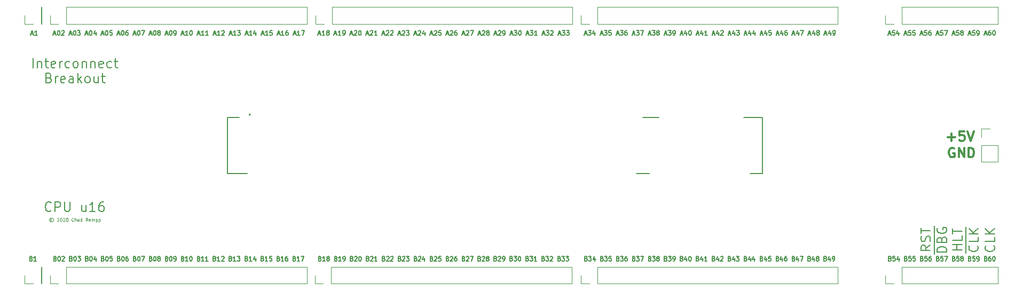
<source format=gbr>
%TF.GenerationSoftware,KiCad,Pcbnew,(5.1.8)-1*%
%TF.CreationDate,2020-11-30T17:22:19-08:00*%
%TF.ProjectId,BreakOutBoard,42726561-6b4f-4757-9442-6f6172642e6b,rev?*%
%TF.SameCoordinates,Original*%
%TF.FileFunction,Legend,Top*%
%TF.FilePolarity,Positive*%
%FSLAX46Y46*%
G04 Gerber Fmt 4.6, Leading zero omitted, Abs format (unit mm)*
G04 Created by KiCad (PCBNEW (5.1.8)-1) date 2020-11-30 17:22:19*
%MOMM*%
%LPD*%
G01*
G04 APERTURE LIST*
%ADD10C,0.150000*%
%ADD11C,0.300000*%
%ADD12C,0.125000*%
%ADD13C,0.120000*%
%ADD14C,0.200000*%
%ADD15C,0.127000*%
G04 APERTURE END LIST*
D10*
X217678571Y-112621428D02*
X216964285Y-113121428D01*
X217678571Y-113478571D02*
X216178571Y-113478571D01*
X216178571Y-112907142D01*
X216250000Y-112764285D01*
X216321428Y-112692857D01*
X216464285Y-112621428D01*
X216678571Y-112621428D01*
X216821428Y-112692857D01*
X216892857Y-112764285D01*
X216964285Y-112907142D01*
X216964285Y-113478571D01*
X217607142Y-112050000D02*
X217678571Y-111835714D01*
X217678571Y-111478571D01*
X217607142Y-111335714D01*
X217535714Y-111264285D01*
X217392857Y-111192857D01*
X217250000Y-111192857D01*
X217107142Y-111264285D01*
X217035714Y-111335714D01*
X216964285Y-111478571D01*
X216892857Y-111764285D01*
X216821428Y-111907142D01*
X216750000Y-111978571D01*
X216607142Y-112050000D01*
X216464285Y-112050000D01*
X216321428Y-111978571D01*
X216250000Y-111907142D01*
X216178571Y-111764285D01*
X216178571Y-111407142D01*
X216250000Y-111192857D01*
X216178571Y-110764285D02*
X216178571Y-109907142D01*
X217678571Y-110335714D02*
X216178571Y-110335714D01*
X218325000Y-114050000D02*
X218325000Y-112550000D01*
X220278571Y-113692857D02*
X218778571Y-113692857D01*
X218778571Y-113335714D01*
X218850000Y-113121428D01*
X218992857Y-112978571D01*
X219135714Y-112907142D01*
X219421428Y-112835714D01*
X219635714Y-112835714D01*
X219921428Y-112907142D01*
X220064285Y-112978571D01*
X220207142Y-113121428D01*
X220278571Y-113335714D01*
X220278571Y-113692857D01*
X218325000Y-112550000D02*
X218325000Y-111050000D01*
X219492857Y-111692857D02*
X219564285Y-111478571D01*
X219635714Y-111407142D01*
X219778571Y-111335714D01*
X219992857Y-111335714D01*
X220135714Y-111407142D01*
X220207142Y-111478571D01*
X220278571Y-111621428D01*
X220278571Y-112192857D01*
X218778571Y-112192857D01*
X218778571Y-111692857D01*
X218850000Y-111550000D01*
X218921428Y-111478571D01*
X219064285Y-111407142D01*
X219207142Y-111407142D01*
X219350000Y-111478571D01*
X219421428Y-111550000D01*
X219492857Y-111692857D01*
X219492857Y-112192857D01*
X218325000Y-111050000D02*
X218325000Y-109550000D01*
X218850000Y-109907142D02*
X218778571Y-110050000D01*
X218778571Y-110264285D01*
X218850000Y-110478571D01*
X218992857Y-110621428D01*
X219135714Y-110692857D01*
X219421428Y-110764285D01*
X219635714Y-110764285D01*
X219921428Y-110692857D01*
X220064285Y-110621428D01*
X220207142Y-110478571D01*
X220278571Y-110264285D01*
X220278571Y-110121428D01*
X220207142Y-109907142D01*
X220135714Y-109835714D01*
X219635714Y-109835714D01*
X219635714Y-110121428D01*
X222678571Y-113407142D02*
X221178571Y-113407142D01*
X221892857Y-113407142D02*
X221892857Y-112550000D01*
X222678571Y-112550000D02*
X221178571Y-112550000D01*
X222678571Y-111121428D02*
X222678571Y-111835714D01*
X221178571Y-111835714D01*
X221178571Y-110835714D02*
X221178571Y-109978571D01*
X222678571Y-110407142D02*
X221178571Y-110407142D01*
X223325000Y-113907142D02*
X223325000Y-112407142D01*
X225135714Y-112692857D02*
X225207142Y-112764285D01*
X225278571Y-112978571D01*
X225278571Y-113121428D01*
X225207142Y-113335714D01*
X225064285Y-113478571D01*
X224921428Y-113550000D01*
X224635714Y-113621428D01*
X224421428Y-113621428D01*
X224135714Y-113550000D01*
X223992857Y-113478571D01*
X223850000Y-113335714D01*
X223778571Y-113121428D01*
X223778571Y-112978571D01*
X223850000Y-112764285D01*
X223921428Y-112692857D01*
X223325000Y-112407142D02*
X223325000Y-111192857D01*
X225278571Y-111335714D02*
X225278571Y-112050000D01*
X223778571Y-112050000D01*
X223325000Y-111192857D02*
X223325000Y-109692857D01*
X225278571Y-110835714D02*
X223778571Y-110835714D01*
X225278571Y-109978571D02*
X224421428Y-110621428D01*
X223778571Y-109978571D02*
X224635714Y-110835714D01*
X227735714Y-112692857D02*
X227807142Y-112764285D01*
X227878571Y-112978571D01*
X227878571Y-113121428D01*
X227807142Y-113335714D01*
X227664285Y-113478571D01*
X227521428Y-113550000D01*
X227235714Y-113621428D01*
X227021428Y-113621428D01*
X226735714Y-113550000D01*
X226592857Y-113478571D01*
X226450000Y-113335714D01*
X226378571Y-113121428D01*
X226378571Y-112978571D01*
X226450000Y-112764285D01*
X226521428Y-112692857D01*
X227878571Y-111335714D02*
X227878571Y-112050000D01*
X226378571Y-112050000D01*
X227878571Y-110835714D02*
X226378571Y-110835714D01*
X227878571Y-109978571D02*
X227021428Y-110621428D01*
X226378571Y-109978571D02*
X227235714Y-110835714D01*
X75091785Y-114747142D02*
X75190357Y-114782380D01*
X75223214Y-114817619D01*
X75256071Y-114888095D01*
X75256071Y-114993809D01*
X75223214Y-115064285D01*
X75190357Y-115099523D01*
X75124642Y-115134761D01*
X74861785Y-115134761D01*
X74861785Y-114394761D01*
X75091785Y-114394761D01*
X75157500Y-114430000D01*
X75190357Y-114465238D01*
X75223214Y-114535714D01*
X75223214Y-114606190D01*
X75190357Y-114676666D01*
X75157500Y-114711904D01*
X75091785Y-114747142D01*
X74861785Y-114747142D01*
X75913214Y-115134761D02*
X75518928Y-115134761D01*
X75716071Y-115134761D02*
X75716071Y-114394761D01*
X75650357Y-114500476D01*
X75584642Y-114570952D01*
X75518928Y-114606190D01*
X78891785Y-114748571D02*
X78990357Y-114782857D01*
X79023214Y-114817142D01*
X79056071Y-114885714D01*
X79056071Y-114988571D01*
X79023214Y-115057142D01*
X78990357Y-115091428D01*
X78924642Y-115125714D01*
X78661785Y-115125714D01*
X78661785Y-114405714D01*
X78891785Y-114405714D01*
X78957500Y-114440000D01*
X78990357Y-114474285D01*
X79023214Y-114542857D01*
X79023214Y-114611428D01*
X78990357Y-114680000D01*
X78957500Y-114714285D01*
X78891785Y-114748571D01*
X78661785Y-114748571D01*
X79483214Y-114405714D02*
X79548928Y-114405714D01*
X79614642Y-114440000D01*
X79647500Y-114474285D01*
X79680357Y-114542857D01*
X79713214Y-114680000D01*
X79713214Y-114851428D01*
X79680357Y-114988571D01*
X79647500Y-115057142D01*
X79614642Y-115091428D01*
X79548928Y-115125714D01*
X79483214Y-115125714D01*
X79417500Y-115091428D01*
X79384642Y-115057142D01*
X79351785Y-114988571D01*
X79318928Y-114851428D01*
X79318928Y-114680000D01*
X79351785Y-114542857D01*
X79384642Y-114474285D01*
X79417500Y-114440000D01*
X79483214Y-114405714D01*
X79976071Y-114474285D02*
X80008928Y-114440000D01*
X80074642Y-114405714D01*
X80238928Y-114405714D01*
X80304642Y-114440000D01*
X80337500Y-114474285D01*
X80370357Y-114542857D01*
X80370357Y-114611428D01*
X80337500Y-114714285D01*
X79943214Y-115125714D01*
X80370357Y-115125714D01*
X81421785Y-114748571D02*
X81520357Y-114782857D01*
X81553214Y-114817142D01*
X81586071Y-114885714D01*
X81586071Y-114988571D01*
X81553214Y-115057142D01*
X81520357Y-115091428D01*
X81454642Y-115125714D01*
X81191785Y-115125714D01*
X81191785Y-114405714D01*
X81421785Y-114405714D01*
X81487500Y-114440000D01*
X81520357Y-114474285D01*
X81553214Y-114542857D01*
X81553214Y-114611428D01*
X81520357Y-114680000D01*
X81487500Y-114714285D01*
X81421785Y-114748571D01*
X81191785Y-114748571D01*
X82013214Y-114405714D02*
X82078928Y-114405714D01*
X82144642Y-114440000D01*
X82177500Y-114474285D01*
X82210357Y-114542857D01*
X82243214Y-114680000D01*
X82243214Y-114851428D01*
X82210357Y-114988571D01*
X82177500Y-115057142D01*
X82144642Y-115091428D01*
X82078928Y-115125714D01*
X82013214Y-115125714D01*
X81947500Y-115091428D01*
X81914642Y-115057142D01*
X81881785Y-114988571D01*
X81848928Y-114851428D01*
X81848928Y-114680000D01*
X81881785Y-114542857D01*
X81914642Y-114474285D01*
X81947500Y-114440000D01*
X82013214Y-114405714D01*
X82473214Y-114405714D02*
X82900357Y-114405714D01*
X82670357Y-114680000D01*
X82768928Y-114680000D01*
X82834642Y-114714285D01*
X82867500Y-114748571D01*
X82900357Y-114817142D01*
X82900357Y-114988571D01*
X82867500Y-115057142D01*
X82834642Y-115091428D01*
X82768928Y-115125714D01*
X82571785Y-115125714D01*
X82506071Y-115091428D01*
X82473214Y-115057142D01*
X83951785Y-114748571D02*
X84050357Y-114782857D01*
X84083214Y-114817142D01*
X84116071Y-114885714D01*
X84116071Y-114988571D01*
X84083214Y-115057142D01*
X84050357Y-115091428D01*
X83984642Y-115125714D01*
X83721785Y-115125714D01*
X83721785Y-114405714D01*
X83951785Y-114405714D01*
X84017500Y-114440000D01*
X84050357Y-114474285D01*
X84083214Y-114542857D01*
X84083214Y-114611428D01*
X84050357Y-114680000D01*
X84017500Y-114714285D01*
X83951785Y-114748571D01*
X83721785Y-114748571D01*
X84543214Y-114405714D02*
X84608928Y-114405714D01*
X84674642Y-114440000D01*
X84707500Y-114474285D01*
X84740357Y-114542857D01*
X84773214Y-114680000D01*
X84773214Y-114851428D01*
X84740357Y-114988571D01*
X84707500Y-115057142D01*
X84674642Y-115091428D01*
X84608928Y-115125714D01*
X84543214Y-115125714D01*
X84477500Y-115091428D01*
X84444642Y-115057142D01*
X84411785Y-114988571D01*
X84378928Y-114851428D01*
X84378928Y-114680000D01*
X84411785Y-114542857D01*
X84444642Y-114474285D01*
X84477500Y-114440000D01*
X84543214Y-114405714D01*
X85364642Y-114645714D02*
X85364642Y-115125714D01*
X85200357Y-114371428D02*
X85036071Y-114885714D01*
X85463214Y-114885714D01*
X86481785Y-114748571D02*
X86580357Y-114782857D01*
X86613214Y-114817142D01*
X86646071Y-114885714D01*
X86646071Y-114988571D01*
X86613214Y-115057142D01*
X86580357Y-115091428D01*
X86514642Y-115125714D01*
X86251785Y-115125714D01*
X86251785Y-114405714D01*
X86481785Y-114405714D01*
X86547500Y-114440000D01*
X86580357Y-114474285D01*
X86613214Y-114542857D01*
X86613214Y-114611428D01*
X86580357Y-114680000D01*
X86547500Y-114714285D01*
X86481785Y-114748571D01*
X86251785Y-114748571D01*
X87073214Y-114405714D02*
X87138928Y-114405714D01*
X87204642Y-114440000D01*
X87237500Y-114474285D01*
X87270357Y-114542857D01*
X87303214Y-114680000D01*
X87303214Y-114851428D01*
X87270357Y-114988571D01*
X87237500Y-115057142D01*
X87204642Y-115091428D01*
X87138928Y-115125714D01*
X87073214Y-115125714D01*
X87007500Y-115091428D01*
X86974642Y-115057142D01*
X86941785Y-114988571D01*
X86908928Y-114851428D01*
X86908928Y-114680000D01*
X86941785Y-114542857D01*
X86974642Y-114474285D01*
X87007500Y-114440000D01*
X87073214Y-114405714D01*
X87927500Y-114405714D02*
X87598928Y-114405714D01*
X87566071Y-114748571D01*
X87598928Y-114714285D01*
X87664642Y-114680000D01*
X87828928Y-114680000D01*
X87894642Y-114714285D01*
X87927500Y-114748571D01*
X87960357Y-114817142D01*
X87960357Y-114988571D01*
X87927500Y-115057142D01*
X87894642Y-115091428D01*
X87828928Y-115125714D01*
X87664642Y-115125714D01*
X87598928Y-115091428D01*
X87566071Y-115057142D01*
X89011785Y-114748571D02*
X89110357Y-114782857D01*
X89143214Y-114817142D01*
X89176071Y-114885714D01*
X89176071Y-114988571D01*
X89143214Y-115057142D01*
X89110357Y-115091428D01*
X89044642Y-115125714D01*
X88781785Y-115125714D01*
X88781785Y-114405714D01*
X89011785Y-114405714D01*
X89077500Y-114440000D01*
X89110357Y-114474285D01*
X89143214Y-114542857D01*
X89143214Y-114611428D01*
X89110357Y-114680000D01*
X89077500Y-114714285D01*
X89011785Y-114748571D01*
X88781785Y-114748571D01*
X89603214Y-114405714D02*
X89668928Y-114405714D01*
X89734642Y-114440000D01*
X89767500Y-114474285D01*
X89800357Y-114542857D01*
X89833214Y-114680000D01*
X89833214Y-114851428D01*
X89800357Y-114988571D01*
X89767500Y-115057142D01*
X89734642Y-115091428D01*
X89668928Y-115125714D01*
X89603214Y-115125714D01*
X89537500Y-115091428D01*
X89504642Y-115057142D01*
X89471785Y-114988571D01*
X89438928Y-114851428D01*
X89438928Y-114680000D01*
X89471785Y-114542857D01*
X89504642Y-114474285D01*
X89537500Y-114440000D01*
X89603214Y-114405714D01*
X90424642Y-114405714D02*
X90293214Y-114405714D01*
X90227500Y-114440000D01*
X90194642Y-114474285D01*
X90128928Y-114577142D01*
X90096071Y-114714285D01*
X90096071Y-114988571D01*
X90128928Y-115057142D01*
X90161785Y-115091428D01*
X90227500Y-115125714D01*
X90358928Y-115125714D01*
X90424642Y-115091428D01*
X90457500Y-115057142D01*
X90490357Y-114988571D01*
X90490357Y-114817142D01*
X90457500Y-114748571D01*
X90424642Y-114714285D01*
X90358928Y-114680000D01*
X90227500Y-114680000D01*
X90161785Y-114714285D01*
X90128928Y-114748571D01*
X90096071Y-114817142D01*
X91541785Y-114748571D02*
X91640357Y-114782857D01*
X91673214Y-114817142D01*
X91706071Y-114885714D01*
X91706071Y-114988571D01*
X91673214Y-115057142D01*
X91640357Y-115091428D01*
X91574642Y-115125714D01*
X91311785Y-115125714D01*
X91311785Y-114405714D01*
X91541785Y-114405714D01*
X91607500Y-114440000D01*
X91640357Y-114474285D01*
X91673214Y-114542857D01*
X91673214Y-114611428D01*
X91640357Y-114680000D01*
X91607500Y-114714285D01*
X91541785Y-114748571D01*
X91311785Y-114748571D01*
X92133214Y-114405714D02*
X92198928Y-114405714D01*
X92264642Y-114440000D01*
X92297500Y-114474285D01*
X92330357Y-114542857D01*
X92363214Y-114680000D01*
X92363214Y-114851428D01*
X92330357Y-114988571D01*
X92297500Y-115057142D01*
X92264642Y-115091428D01*
X92198928Y-115125714D01*
X92133214Y-115125714D01*
X92067500Y-115091428D01*
X92034642Y-115057142D01*
X92001785Y-114988571D01*
X91968928Y-114851428D01*
X91968928Y-114680000D01*
X92001785Y-114542857D01*
X92034642Y-114474285D01*
X92067500Y-114440000D01*
X92133214Y-114405714D01*
X92593214Y-114405714D02*
X93053214Y-114405714D01*
X92757500Y-115125714D01*
X94071785Y-114748571D02*
X94170357Y-114782857D01*
X94203214Y-114817142D01*
X94236071Y-114885714D01*
X94236071Y-114988571D01*
X94203214Y-115057142D01*
X94170357Y-115091428D01*
X94104642Y-115125714D01*
X93841785Y-115125714D01*
X93841785Y-114405714D01*
X94071785Y-114405714D01*
X94137500Y-114440000D01*
X94170357Y-114474285D01*
X94203214Y-114542857D01*
X94203214Y-114611428D01*
X94170357Y-114680000D01*
X94137500Y-114714285D01*
X94071785Y-114748571D01*
X93841785Y-114748571D01*
X94663214Y-114405714D02*
X94728928Y-114405714D01*
X94794642Y-114440000D01*
X94827500Y-114474285D01*
X94860357Y-114542857D01*
X94893214Y-114680000D01*
X94893214Y-114851428D01*
X94860357Y-114988571D01*
X94827500Y-115057142D01*
X94794642Y-115091428D01*
X94728928Y-115125714D01*
X94663214Y-115125714D01*
X94597500Y-115091428D01*
X94564642Y-115057142D01*
X94531785Y-114988571D01*
X94498928Y-114851428D01*
X94498928Y-114680000D01*
X94531785Y-114542857D01*
X94564642Y-114474285D01*
X94597500Y-114440000D01*
X94663214Y-114405714D01*
X95287500Y-114714285D02*
X95221785Y-114680000D01*
X95188928Y-114645714D01*
X95156071Y-114577142D01*
X95156071Y-114542857D01*
X95188928Y-114474285D01*
X95221785Y-114440000D01*
X95287500Y-114405714D01*
X95418928Y-114405714D01*
X95484642Y-114440000D01*
X95517500Y-114474285D01*
X95550357Y-114542857D01*
X95550357Y-114577142D01*
X95517500Y-114645714D01*
X95484642Y-114680000D01*
X95418928Y-114714285D01*
X95287500Y-114714285D01*
X95221785Y-114748571D01*
X95188928Y-114782857D01*
X95156071Y-114851428D01*
X95156071Y-114988571D01*
X95188928Y-115057142D01*
X95221785Y-115091428D01*
X95287500Y-115125714D01*
X95418928Y-115125714D01*
X95484642Y-115091428D01*
X95517500Y-115057142D01*
X95550357Y-114988571D01*
X95550357Y-114851428D01*
X95517500Y-114782857D01*
X95484642Y-114748571D01*
X95418928Y-114714285D01*
X96601785Y-114748571D02*
X96700357Y-114782857D01*
X96733214Y-114817142D01*
X96766071Y-114885714D01*
X96766071Y-114988571D01*
X96733214Y-115057142D01*
X96700357Y-115091428D01*
X96634642Y-115125714D01*
X96371785Y-115125714D01*
X96371785Y-114405714D01*
X96601785Y-114405714D01*
X96667500Y-114440000D01*
X96700357Y-114474285D01*
X96733214Y-114542857D01*
X96733214Y-114611428D01*
X96700357Y-114680000D01*
X96667500Y-114714285D01*
X96601785Y-114748571D01*
X96371785Y-114748571D01*
X97193214Y-114405714D02*
X97258928Y-114405714D01*
X97324642Y-114440000D01*
X97357500Y-114474285D01*
X97390357Y-114542857D01*
X97423214Y-114680000D01*
X97423214Y-114851428D01*
X97390357Y-114988571D01*
X97357500Y-115057142D01*
X97324642Y-115091428D01*
X97258928Y-115125714D01*
X97193214Y-115125714D01*
X97127500Y-115091428D01*
X97094642Y-115057142D01*
X97061785Y-114988571D01*
X97028928Y-114851428D01*
X97028928Y-114680000D01*
X97061785Y-114542857D01*
X97094642Y-114474285D01*
X97127500Y-114440000D01*
X97193214Y-114405714D01*
X97751785Y-115125714D02*
X97883214Y-115125714D01*
X97948928Y-115091428D01*
X97981785Y-115057142D01*
X98047500Y-114954285D01*
X98080357Y-114817142D01*
X98080357Y-114542857D01*
X98047500Y-114474285D01*
X98014642Y-114440000D01*
X97948928Y-114405714D01*
X97817500Y-114405714D01*
X97751785Y-114440000D01*
X97718928Y-114474285D01*
X97686071Y-114542857D01*
X97686071Y-114714285D01*
X97718928Y-114782857D01*
X97751785Y-114817142D01*
X97817500Y-114851428D01*
X97948928Y-114851428D01*
X98014642Y-114817142D01*
X98047500Y-114782857D01*
X98080357Y-114714285D01*
X99131785Y-114748571D02*
X99230357Y-114782857D01*
X99263214Y-114817142D01*
X99296071Y-114885714D01*
X99296071Y-114988571D01*
X99263214Y-115057142D01*
X99230357Y-115091428D01*
X99164642Y-115125714D01*
X98901785Y-115125714D01*
X98901785Y-114405714D01*
X99131785Y-114405714D01*
X99197500Y-114440000D01*
X99230357Y-114474285D01*
X99263214Y-114542857D01*
X99263214Y-114611428D01*
X99230357Y-114680000D01*
X99197500Y-114714285D01*
X99131785Y-114748571D01*
X98901785Y-114748571D01*
X99953214Y-115125714D02*
X99558928Y-115125714D01*
X99756071Y-115125714D02*
X99756071Y-114405714D01*
X99690357Y-114508571D01*
X99624642Y-114577142D01*
X99558928Y-114611428D01*
X100380357Y-114405714D02*
X100446071Y-114405714D01*
X100511785Y-114440000D01*
X100544642Y-114474285D01*
X100577500Y-114542857D01*
X100610357Y-114680000D01*
X100610357Y-114851428D01*
X100577500Y-114988571D01*
X100544642Y-115057142D01*
X100511785Y-115091428D01*
X100446071Y-115125714D01*
X100380357Y-115125714D01*
X100314642Y-115091428D01*
X100281785Y-115057142D01*
X100248928Y-114988571D01*
X100216071Y-114851428D01*
X100216071Y-114680000D01*
X100248928Y-114542857D01*
X100281785Y-114474285D01*
X100314642Y-114440000D01*
X100380357Y-114405714D01*
X101661785Y-114748571D02*
X101760357Y-114782857D01*
X101793214Y-114817142D01*
X101826071Y-114885714D01*
X101826071Y-114988571D01*
X101793214Y-115057142D01*
X101760357Y-115091428D01*
X101694642Y-115125714D01*
X101431785Y-115125714D01*
X101431785Y-114405714D01*
X101661785Y-114405714D01*
X101727500Y-114440000D01*
X101760357Y-114474285D01*
X101793214Y-114542857D01*
X101793214Y-114611428D01*
X101760357Y-114680000D01*
X101727500Y-114714285D01*
X101661785Y-114748571D01*
X101431785Y-114748571D01*
X102483214Y-115125714D02*
X102088928Y-115125714D01*
X102286071Y-115125714D02*
X102286071Y-114405714D01*
X102220357Y-114508571D01*
X102154642Y-114577142D01*
X102088928Y-114611428D01*
X103140357Y-115125714D02*
X102746071Y-115125714D01*
X102943214Y-115125714D02*
X102943214Y-114405714D01*
X102877500Y-114508571D01*
X102811785Y-114577142D01*
X102746071Y-114611428D01*
X104191785Y-114748571D02*
X104290357Y-114782857D01*
X104323214Y-114817142D01*
X104356071Y-114885714D01*
X104356071Y-114988571D01*
X104323214Y-115057142D01*
X104290357Y-115091428D01*
X104224642Y-115125714D01*
X103961785Y-115125714D01*
X103961785Y-114405714D01*
X104191785Y-114405714D01*
X104257500Y-114440000D01*
X104290357Y-114474285D01*
X104323214Y-114542857D01*
X104323214Y-114611428D01*
X104290357Y-114680000D01*
X104257500Y-114714285D01*
X104191785Y-114748571D01*
X103961785Y-114748571D01*
X105013214Y-115125714D02*
X104618928Y-115125714D01*
X104816071Y-115125714D02*
X104816071Y-114405714D01*
X104750357Y-114508571D01*
X104684642Y-114577142D01*
X104618928Y-114611428D01*
X105276071Y-114474285D02*
X105308928Y-114440000D01*
X105374642Y-114405714D01*
X105538928Y-114405714D01*
X105604642Y-114440000D01*
X105637500Y-114474285D01*
X105670357Y-114542857D01*
X105670357Y-114611428D01*
X105637500Y-114714285D01*
X105243214Y-115125714D01*
X105670357Y-115125714D01*
X106721785Y-114748571D02*
X106820357Y-114782857D01*
X106853214Y-114817142D01*
X106886071Y-114885714D01*
X106886071Y-114988571D01*
X106853214Y-115057142D01*
X106820357Y-115091428D01*
X106754642Y-115125714D01*
X106491785Y-115125714D01*
X106491785Y-114405714D01*
X106721785Y-114405714D01*
X106787500Y-114440000D01*
X106820357Y-114474285D01*
X106853214Y-114542857D01*
X106853214Y-114611428D01*
X106820357Y-114680000D01*
X106787500Y-114714285D01*
X106721785Y-114748571D01*
X106491785Y-114748571D01*
X107543214Y-115125714D02*
X107148928Y-115125714D01*
X107346071Y-115125714D02*
X107346071Y-114405714D01*
X107280357Y-114508571D01*
X107214642Y-114577142D01*
X107148928Y-114611428D01*
X107773214Y-114405714D02*
X108200357Y-114405714D01*
X107970357Y-114680000D01*
X108068928Y-114680000D01*
X108134642Y-114714285D01*
X108167500Y-114748571D01*
X108200357Y-114817142D01*
X108200357Y-114988571D01*
X108167500Y-115057142D01*
X108134642Y-115091428D01*
X108068928Y-115125714D01*
X107871785Y-115125714D01*
X107806071Y-115091428D01*
X107773214Y-115057142D01*
X109251785Y-114748571D02*
X109350357Y-114782857D01*
X109383214Y-114817142D01*
X109416071Y-114885714D01*
X109416071Y-114988571D01*
X109383214Y-115057142D01*
X109350357Y-115091428D01*
X109284642Y-115125714D01*
X109021785Y-115125714D01*
X109021785Y-114405714D01*
X109251785Y-114405714D01*
X109317500Y-114440000D01*
X109350357Y-114474285D01*
X109383214Y-114542857D01*
X109383214Y-114611428D01*
X109350357Y-114680000D01*
X109317500Y-114714285D01*
X109251785Y-114748571D01*
X109021785Y-114748571D01*
X110073214Y-115125714D02*
X109678928Y-115125714D01*
X109876071Y-115125714D02*
X109876071Y-114405714D01*
X109810357Y-114508571D01*
X109744642Y-114577142D01*
X109678928Y-114611428D01*
X110664642Y-114645714D02*
X110664642Y-115125714D01*
X110500357Y-114371428D02*
X110336071Y-114885714D01*
X110763214Y-114885714D01*
X111781785Y-114748571D02*
X111880357Y-114782857D01*
X111913214Y-114817142D01*
X111946071Y-114885714D01*
X111946071Y-114988571D01*
X111913214Y-115057142D01*
X111880357Y-115091428D01*
X111814642Y-115125714D01*
X111551785Y-115125714D01*
X111551785Y-114405714D01*
X111781785Y-114405714D01*
X111847500Y-114440000D01*
X111880357Y-114474285D01*
X111913214Y-114542857D01*
X111913214Y-114611428D01*
X111880357Y-114680000D01*
X111847500Y-114714285D01*
X111781785Y-114748571D01*
X111551785Y-114748571D01*
X112603214Y-115125714D02*
X112208928Y-115125714D01*
X112406071Y-115125714D02*
X112406071Y-114405714D01*
X112340357Y-114508571D01*
X112274642Y-114577142D01*
X112208928Y-114611428D01*
X113227500Y-114405714D02*
X112898928Y-114405714D01*
X112866071Y-114748571D01*
X112898928Y-114714285D01*
X112964642Y-114680000D01*
X113128928Y-114680000D01*
X113194642Y-114714285D01*
X113227500Y-114748571D01*
X113260357Y-114817142D01*
X113260357Y-114988571D01*
X113227500Y-115057142D01*
X113194642Y-115091428D01*
X113128928Y-115125714D01*
X112964642Y-115125714D01*
X112898928Y-115091428D01*
X112866071Y-115057142D01*
X114311785Y-114748571D02*
X114410357Y-114782857D01*
X114443214Y-114817142D01*
X114476071Y-114885714D01*
X114476071Y-114988571D01*
X114443214Y-115057142D01*
X114410357Y-115091428D01*
X114344642Y-115125714D01*
X114081785Y-115125714D01*
X114081785Y-114405714D01*
X114311785Y-114405714D01*
X114377500Y-114440000D01*
X114410357Y-114474285D01*
X114443214Y-114542857D01*
X114443214Y-114611428D01*
X114410357Y-114680000D01*
X114377500Y-114714285D01*
X114311785Y-114748571D01*
X114081785Y-114748571D01*
X115133214Y-115125714D02*
X114738928Y-115125714D01*
X114936071Y-115125714D02*
X114936071Y-114405714D01*
X114870357Y-114508571D01*
X114804642Y-114577142D01*
X114738928Y-114611428D01*
X115724642Y-114405714D02*
X115593214Y-114405714D01*
X115527500Y-114440000D01*
X115494642Y-114474285D01*
X115428928Y-114577142D01*
X115396071Y-114714285D01*
X115396071Y-114988571D01*
X115428928Y-115057142D01*
X115461785Y-115091428D01*
X115527500Y-115125714D01*
X115658928Y-115125714D01*
X115724642Y-115091428D01*
X115757500Y-115057142D01*
X115790357Y-114988571D01*
X115790357Y-114817142D01*
X115757500Y-114748571D01*
X115724642Y-114714285D01*
X115658928Y-114680000D01*
X115527500Y-114680000D01*
X115461785Y-114714285D01*
X115428928Y-114748571D01*
X115396071Y-114817142D01*
X116841785Y-114748571D02*
X116940357Y-114782857D01*
X116973214Y-114817142D01*
X117006071Y-114885714D01*
X117006071Y-114988571D01*
X116973214Y-115057142D01*
X116940357Y-115091428D01*
X116874642Y-115125714D01*
X116611785Y-115125714D01*
X116611785Y-114405714D01*
X116841785Y-114405714D01*
X116907500Y-114440000D01*
X116940357Y-114474285D01*
X116973214Y-114542857D01*
X116973214Y-114611428D01*
X116940357Y-114680000D01*
X116907500Y-114714285D01*
X116841785Y-114748571D01*
X116611785Y-114748571D01*
X117663214Y-115125714D02*
X117268928Y-115125714D01*
X117466071Y-115125714D02*
X117466071Y-114405714D01*
X117400357Y-114508571D01*
X117334642Y-114577142D01*
X117268928Y-114611428D01*
X117893214Y-114405714D02*
X118353214Y-114405714D01*
X118057500Y-115125714D01*
X120891785Y-114748571D02*
X120990357Y-114782857D01*
X121023214Y-114817142D01*
X121056071Y-114885714D01*
X121056071Y-114988571D01*
X121023214Y-115057142D01*
X120990357Y-115091428D01*
X120924642Y-115125714D01*
X120661785Y-115125714D01*
X120661785Y-114405714D01*
X120891785Y-114405714D01*
X120957500Y-114440000D01*
X120990357Y-114474285D01*
X121023214Y-114542857D01*
X121023214Y-114611428D01*
X120990357Y-114680000D01*
X120957500Y-114714285D01*
X120891785Y-114748571D01*
X120661785Y-114748571D01*
X121713214Y-115125714D02*
X121318928Y-115125714D01*
X121516071Y-115125714D02*
X121516071Y-114405714D01*
X121450357Y-114508571D01*
X121384642Y-114577142D01*
X121318928Y-114611428D01*
X122107500Y-114714285D02*
X122041785Y-114680000D01*
X122008928Y-114645714D01*
X121976071Y-114577142D01*
X121976071Y-114542857D01*
X122008928Y-114474285D01*
X122041785Y-114440000D01*
X122107500Y-114405714D01*
X122238928Y-114405714D01*
X122304642Y-114440000D01*
X122337500Y-114474285D01*
X122370357Y-114542857D01*
X122370357Y-114577142D01*
X122337500Y-114645714D01*
X122304642Y-114680000D01*
X122238928Y-114714285D01*
X122107500Y-114714285D01*
X122041785Y-114748571D01*
X122008928Y-114782857D01*
X121976071Y-114851428D01*
X121976071Y-114988571D01*
X122008928Y-115057142D01*
X122041785Y-115091428D01*
X122107500Y-115125714D01*
X122238928Y-115125714D01*
X122304642Y-115091428D01*
X122337500Y-115057142D01*
X122370357Y-114988571D01*
X122370357Y-114851428D01*
X122337500Y-114782857D01*
X122304642Y-114748571D01*
X122238928Y-114714285D01*
X123421785Y-114748571D02*
X123520357Y-114782857D01*
X123553214Y-114817142D01*
X123586071Y-114885714D01*
X123586071Y-114988571D01*
X123553214Y-115057142D01*
X123520357Y-115091428D01*
X123454642Y-115125714D01*
X123191785Y-115125714D01*
X123191785Y-114405714D01*
X123421785Y-114405714D01*
X123487500Y-114440000D01*
X123520357Y-114474285D01*
X123553214Y-114542857D01*
X123553214Y-114611428D01*
X123520357Y-114680000D01*
X123487500Y-114714285D01*
X123421785Y-114748571D01*
X123191785Y-114748571D01*
X124243214Y-115125714D02*
X123848928Y-115125714D01*
X124046071Y-115125714D02*
X124046071Y-114405714D01*
X123980357Y-114508571D01*
X123914642Y-114577142D01*
X123848928Y-114611428D01*
X124571785Y-115125714D02*
X124703214Y-115125714D01*
X124768928Y-115091428D01*
X124801785Y-115057142D01*
X124867500Y-114954285D01*
X124900357Y-114817142D01*
X124900357Y-114542857D01*
X124867500Y-114474285D01*
X124834642Y-114440000D01*
X124768928Y-114405714D01*
X124637500Y-114405714D01*
X124571785Y-114440000D01*
X124538928Y-114474285D01*
X124506071Y-114542857D01*
X124506071Y-114714285D01*
X124538928Y-114782857D01*
X124571785Y-114817142D01*
X124637500Y-114851428D01*
X124768928Y-114851428D01*
X124834642Y-114817142D01*
X124867500Y-114782857D01*
X124900357Y-114714285D01*
X125951785Y-114748571D02*
X126050357Y-114782857D01*
X126083214Y-114817142D01*
X126116071Y-114885714D01*
X126116071Y-114988571D01*
X126083214Y-115057142D01*
X126050357Y-115091428D01*
X125984642Y-115125714D01*
X125721785Y-115125714D01*
X125721785Y-114405714D01*
X125951785Y-114405714D01*
X126017500Y-114440000D01*
X126050357Y-114474285D01*
X126083214Y-114542857D01*
X126083214Y-114611428D01*
X126050357Y-114680000D01*
X126017500Y-114714285D01*
X125951785Y-114748571D01*
X125721785Y-114748571D01*
X126378928Y-114474285D02*
X126411785Y-114440000D01*
X126477500Y-114405714D01*
X126641785Y-114405714D01*
X126707500Y-114440000D01*
X126740357Y-114474285D01*
X126773214Y-114542857D01*
X126773214Y-114611428D01*
X126740357Y-114714285D01*
X126346071Y-115125714D01*
X126773214Y-115125714D01*
X127200357Y-114405714D02*
X127266071Y-114405714D01*
X127331785Y-114440000D01*
X127364642Y-114474285D01*
X127397500Y-114542857D01*
X127430357Y-114680000D01*
X127430357Y-114851428D01*
X127397500Y-114988571D01*
X127364642Y-115057142D01*
X127331785Y-115091428D01*
X127266071Y-115125714D01*
X127200357Y-115125714D01*
X127134642Y-115091428D01*
X127101785Y-115057142D01*
X127068928Y-114988571D01*
X127036071Y-114851428D01*
X127036071Y-114680000D01*
X127068928Y-114542857D01*
X127101785Y-114474285D01*
X127134642Y-114440000D01*
X127200357Y-114405714D01*
X128481785Y-114748571D02*
X128580357Y-114782857D01*
X128613214Y-114817142D01*
X128646071Y-114885714D01*
X128646071Y-114988571D01*
X128613214Y-115057142D01*
X128580357Y-115091428D01*
X128514642Y-115125714D01*
X128251785Y-115125714D01*
X128251785Y-114405714D01*
X128481785Y-114405714D01*
X128547500Y-114440000D01*
X128580357Y-114474285D01*
X128613214Y-114542857D01*
X128613214Y-114611428D01*
X128580357Y-114680000D01*
X128547500Y-114714285D01*
X128481785Y-114748571D01*
X128251785Y-114748571D01*
X128908928Y-114474285D02*
X128941785Y-114440000D01*
X129007500Y-114405714D01*
X129171785Y-114405714D01*
X129237500Y-114440000D01*
X129270357Y-114474285D01*
X129303214Y-114542857D01*
X129303214Y-114611428D01*
X129270357Y-114714285D01*
X128876071Y-115125714D01*
X129303214Y-115125714D01*
X129960357Y-115125714D02*
X129566071Y-115125714D01*
X129763214Y-115125714D02*
X129763214Y-114405714D01*
X129697500Y-114508571D01*
X129631785Y-114577142D01*
X129566071Y-114611428D01*
X131011785Y-114748571D02*
X131110357Y-114782857D01*
X131143214Y-114817142D01*
X131176071Y-114885714D01*
X131176071Y-114988571D01*
X131143214Y-115057142D01*
X131110357Y-115091428D01*
X131044642Y-115125714D01*
X130781785Y-115125714D01*
X130781785Y-114405714D01*
X131011785Y-114405714D01*
X131077500Y-114440000D01*
X131110357Y-114474285D01*
X131143214Y-114542857D01*
X131143214Y-114611428D01*
X131110357Y-114680000D01*
X131077500Y-114714285D01*
X131011785Y-114748571D01*
X130781785Y-114748571D01*
X131438928Y-114474285D02*
X131471785Y-114440000D01*
X131537500Y-114405714D01*
X131701785Y-114405714D01*
X131767500Y-114440000D01*
X131800357Y-114474285D01*
X131833214Y-114542857D01*
X131833214Y-114611428D01*
X131800357Y-114714285D01*
X131406071Y-115125714D01*
X131833214Y-115125714D01*
X132096071Y-114474285D02*
X132128928Y-114440000D01*
X132194642Y-114405714D01*
X132358928Y-114405714D01*
X132424642Y-114440000D01*
X132457500Y-114474285D01*
X132490357Y-114542857D01*
X132490357Y-114611428D01*
X132457500Y-114714285D01*
X132063214Y-115125714D01*
X132490357Y-115125714D01*
X133541785Y-114748571D02*
X133640357Y-114782857D01*
X133673214Y-114817142D01*
X133706071Y-114885714D01*
X133706071Y-114988571D01*
X133673214Y-115057142D01*
X133640357Y-115091428D01*
X133574642Y-115125714D01*
X133311785Y-115125714D01*
X133311785Y-114405714D01*
X133541785Y-114405714D01*
X133607500Y-114440000D01*
X133640357Y-114474285D01*
X133673214Y-114542857D01*
X133673214Y-114611428D01*
X133640357Y-114680000D01*
X133607500Y-114714285D01*
X133541785Y-114748571D01*
X133311785Y-114748571D01*
X133968928Y-114474285D02*
X134001785Y-114440000D01*
X134067500Y-114405714D01*
X134231785Y-114405714D01*
X134297500Y-114440000D01*
X134330357Y-114474285D01*
X134363214Y-114542857D01*
X134363214Y-114611428D01*
X134330357Y-114714285D01*
X133936071Y-115125714D01*
X134363214Y-115125714D01*
X134593214Y-114405714D02*
X135020357Y-114405714D01*
X134790357Y-114680000D01*
X134888928Y-114680000D01*
X134954642Y-114714285D01*
X134987500Y-114748571D01*
X135020357Y-114817142D01*
X135020357Y-114988571D01*
X134987500Y-115057142D01*
X134954642Y-115091428D01*
X134888928Y-115125714D01*
X134691785Y-115125714D01*
X134626071Y-115091428D01*
X134593214Y-115057142D01*
X136071785Y-114748571D02*
X136170357Y-114782857D01*
X136203214Y-114817142D01*
X136236071Y-114885714D01*
X136236071Y-114988571D01*
X136203214Y-115057142D01*
X136170357Y-115091428D01*
X136104642Y-115125714D01*
X135841785Y-115125714D01*
X135841785Y-114405714D01*
X136071785Y-114405714D01*
X136137500Y-114440000D01*
X136170357Y-114474285D01*
X136203214Y-114542857D01*
X136203214Y-114611428D01*
X136170357Y-114680000D01*
X136137500Y-114714285D01*
X136071785Y-114748571D01*
X135841785Y-114748571D01*
X136498928Y-114474285D02*
X136531785Y-114440000D01*
X136597500Y-114405714D01*
X136761785Y-114405714D01*
X136827500Y-114440000D01*
X136860357Y-114474285D01*
X136893214Y-114542857D01*
X136893214Y-114611428D01*
X136860357Y-114714285D01*
X136466071Y-115125714D01*
X136893214Y-115125714D01*
X137484642Y-114645714D02*
X137484642Y-115125714D01*
X137320357Y-114371428D02*
X137156071Y-114885714D01*
X137583214Y-114885714D01*
X138601785Y-114748571D02*
X138700357Y-114782857D01*
X138733214Y-114817142D01*
X138766071Y-114885714D01*
X138766071Y-114988571D01*
X138733214Y-115057142D01*
X138700357Y-115091428D01*
X138634642Y-115125714D01*
X138371785Y-115125714D01*
X138371785Y-114405714D01*
X138601785Y-114405714D01*
X138667500Y-114440000D01*
X138700357Y-114474285D01*
X138733214Y-114542857D01*
X138733214Y-114611428D01*
X138700357Y-114680000D01*
X138667500Y-114714285D01*
X138601785Y-114748571D01*
X138371785Y-114748571D01*
X139028928Y-114474285D02*
X139061785Y-114440000D01*
X139127500Y-114405714D01*
X139291785Y-114405714D01*
X139357500Y-114440000D01*
X139390357Y-114474285D01*
X139423214Y-114542857D01*
X139423214Y-114611428D01*
X139390357Y-114714285D01*
X138996071Y-115125714D01*
X139423214Y-115125714D01*
X140047500Y-114405714D02*
X139718928Y-114405714D01*
X139686071Y-114748571D01*
X139718928Y-114714285D01*
X139784642Y-114680000D01*
X139948928Y-114680000D01*
X140014642Y-114714285D01*
X140047500Y-114748571D01*
X140080357Y-114817142D01*
X140080357Y-114988571D01*
X140047500Y-115057142D01*
X140014642Y-115091428D01*
X139948928Y-115125714D01*
X139784642Y-115125714D01*
X139718928Y-115091428D01*
X139686071Y-115057142D01*
X141131785Y-114748571D02*
X141230357Y-114782857D01*
X141263214Y-114817142D01*
X141296071Y-114885714D01*
X141296071Y-114988571D01*
X141263214Y-115057142D01*
X141230357Y-115091428D01*
X141164642Y-115125714D01*
X140901785Y-115125714D01*
X140901785Y-114405714D01*
X141131785Y-114405714D01*
X141197500Y-114440000D01*
X141230357Y-114474285D01*
X141263214Y-114542857D01*
X141263214Y-114611428D01*
X141230357Y-114680000D01*
X141197500Y-114714285D01*
X141131785Y-114748571D01*
X140901785Y-114748571D01*
X141558928Y-114474285D02*
X141591785Y-114440000D01*
X141657500Y-114405714D01*
X141821785Y-114405714D01*
X141887500Y-114440000D01*
X141920357Y-114474285D01*
X141953214Y-114542857D01*
X141953214Y-114611428D01*
X141920357Y-114714285D01*
X141526071Y-115125714D01*
X141953214Y-115125714D01*
X142544642Y-114405714D02*
X142413214Y-114405714D01*
X142347500Y-114440000D01*
X142314642Y-114474285D01*
X142248928Y-114577142D01*
X142216071Y-114714285D01*
X142216071Y-114988571D01*
X142248928Y-115057142D01*
X142281785Y-115091428D01*
X142347500Y-115125714D01*
X142478928Y-115125714D01*
X142544642Y-115091428D01*
X142577500Y-115057142D01*
X142610357Y-114988571D01*
X142610357Y-114817142D01*
X142577500Y-114748571D01*
X142544642Y-114714285D01*
X142478928Y-114680000D01*
X142347500Y-114680000D01*
X142281785Y-114714285D01*
X142248928Y-114748571D01*
X142216071Y-114817142D01*
X143661785Y-114748571D02*
X143760357Y-114782857D01*
X143793214Y-114817142D01*
X143826071Y-114885714D01*
X143826071Y-114988571D01*
X143793214Y-115057142D01*
X143760357Y-115091428D01*
X143694642Y-115125714D01*
X143431785Y-115125714D01*
X143431785Y-114405714D01*
X143661785Y-114405714D01*
X143727500Y-114440000D01*
X143760357Y-114474285D01*
X143793214Y-114542857D01*
X143793214Y-114611428D01*
X143760357Y-114680000D01*
X143727500Y-114714285D01*
X143661785Y-114748571D01*
X143431785Y-114748571D01*
X144088928Y-114474285D02*
X144121785Y-114440000D01*
X144187500Y-114405714D01*
X144351785Y-114405714D01*
X144417500Y-114440000D01*
X144450357Y-114474285D01*
X144483214Y-114542857D01*
X144483214Y-114611428D01*
X144450357Y-114714285D01*
X144056071Y-115125714D01*
X144483214Y-115125714D01*
X144713214Y-114405714D02*
X145173214Y-114405714D01*
X144877500Y-115125714D01*
X146191785Y-114748571D02*
X146290357Y-114782857D01*
X146323214Y-114817142D01*
X146356071Y-114885714D01*
X146356071Y-114988571D01*
X146323214Y-115057142D01*
X146290357Y-115091428D01*
X146224642Y-115125714D01*
X145961785Y-115125714D01*
X145961785Y-114405714D01*
X146191785Y-114405714D01*
X146257500Y-114440000D01*
X146290357Y-114474285D01*
X146323214Y-114542857D01*
X146323214Y-114611428D01*
X146290357Y-114680000D01*
X146257500Y-114714285D01*
X146191785Y-114748571D01*
X145961785Y-114748571D01*
X146618928Y-114474285D02*
X146651785Y-114440000D01*
X146717500Y-114405714D01*
X146881785Y-114405714D01*
X146947500Y-114440000D01*
X146980357Y-114474285D01*
X147013214Y-114542857D01*
X147013214Y-114611428D01*
X146980357Y-114714285D01*
X146586071Y-115125714D01*
X147013214Y-115125714D01*
X147407500Y-114714285D02*
X147341785Y-114680000D01*
X147308928Y-114645714D01*
X147276071Y-114577142D01*
X147276071Y-114542857D01*
X147308928Y-114474285D01*
X147341785Y-114440000D01*
X147407500Y-114405714D01*
X147538928Y-114405714D01*
X147604642Y-114440000D01*
X147637500Y-114474285D01*
X147670357Y-114542857D01*
X147670357Y-114577142D01*
X147637500Y-114645714D01*
X147604642Y-114680000D01*
X147538928Y-114714285D01*
X147407500Y-114714285D01*
X147341785Y-114748571D01*
X147308928Y-114782857D01*
X147276071Y-114851428D01*
X147276071Y-114988571D01*
X147308928Y-115057142D01*
X147341785Y-115091428D01*
X147407500Y-115125714D01*
X147538928Y-115125714D01*
X147604642Y-115091428D01*
X147637500Y-115057142D01*
X147670357Y-114988571D01*
X147670357Y-114851428D01*
X147637500Y-114782857D01*
X147604642Y-114748571D01*
X147538928Y-114714285D01*
X148721785Y-114748571D02*
X148820357Y-114782857D01*
X148853214Y-114817142D01*
X148886071Y-114885714D01*
X148886071Y-114988571D01*
X148853214Y-115057142D01*
X148820357Y-115091428D01*
X148754642Y-115125714D01*
X148491785Y-115125714D01*
X148491785Y-114405714D01*
X148721785Y-114405714D01*
X148787500Y-114440000D01*
X148820357Y-114474285D01*
X148853214Y-114542857D01*
X148853214Y-114611428D01*
X148820357Y-114680000D01*
X148787500Y-114714285D01*
X148721785Y-114748571D01*
X148491785Y-114748571D01*
X149148928Y-114474285D02*
X149181785Y-114440000D01*
X149247500Y-114405714D01*
X149411785Y-114405714D01*
X149477500Y-114440000D01*
X149510357Y-114474285D01*
X149543214Y-114542857D01*
X149543214Y-114611428D01*
X149510357Y-114714285D01*
X149116071Y-115125714D01*
X149543214Y-115125714D01*
X149871785Y-115125714D02*
X150003214Y-115125714D01*
X150068928Y-115091428D01*
X150101785Y-115057142D01*
X150167500Y-114954285D01*
X150200357Y-114817142D01*
X150200357Y-114542857D01*
X150167500Y-114474285D01*
X150134642Y-114440000D01*
X150068928Y-114405714D01*
X149937500Y-114405714D01*
X149871785Y-114440000D01*
X149838928Y-114474285D01*
X149806071Y-114542857D01*
X149806071Y-114714285D01*
X149838928Y-114782857D01*
X149871785Y-114817142D01*
X149937500Y-114851428D01*
X150068928Y-114851428D01*
X150134642Y-114817142D01*
X150167500Y-114782857D01*
X150200357Y-114714285D01*
X151251785Y-114748571D02*
X151350357Y-114782857D01*
X151383214Y-114817142D01*
X151416071Y-114885714D01*
X151416071Y-114988571D01*
X151383214Y-115057142D01*
X151350357Y-115091428D01*
X151284642Y-115125714D01*
X151021785Y-115125714D01*
X151021785Y-114405714D01*
X151251785Y-114405714D01*
X151317500Y-114440000D01*
X151350357Y-114474285D01*
X151383214Y-114542857D01*
X151383214Y-114611428D01*
X151350357Y-114680000D01*
X151317500Y-114714285D01*
X151251785Y-114748571D01*
X151021785Y-114748571D01*
X151646071Y-114405714D02*
X152073214Y-114405714D01*
X151843214Y-114680000D01*
X151941785Y-114680000D01*
X152007500Y-114714285D01*
X152040357Y-114748571D01*
X152073214Y-114817142D01*
X152073214Y-114988571D01*
X152040357Y-115057142D01*
X152007500Y-115091428D01*
X151941785Y-115125714D01*
X151744642Y-115125714D01*
X151678928Y-115091428D01*
X151646071Y-115057142D01*
X152500357Y-114405714D02*
X152566071Y-114405714D01*
X152631785Y-114440000D01*
X152664642Y-114474285D01*
X152697500Y-114542857D01*
X152730357Y-114680000D01*
X152730357Y-114851428D01*
X152697500Y-114988571D01*
X152664642Y-115057142D01*
X152631785Y-115091428D01*
X152566071Y-115125714D01*
X152500357Y-115125714D01*
X152434642Y-115091428D01*
X152401785Y-115057142D01*
X152368928Y-114988571D01*
X152336071Y-114851428D01*
X152336071Y-114680000D01*
X152368928Y-114542857D01*
X152401785Y-114474285D01*
X152434642Y-114440000D01*
X152500357Y-114405714D01*
X153781785Y-114748571D02*
X153880357Y-114782857D01*
X153913214Y-114817142D01*
X153946071Y-114885714D01*
X153946071Y-114988571D01*
X153913214Y-115057142D01*
X153880357Y-115091428D01*
X153814642Y-115125714D01*
X153551785Y-115125714D01*
X153551785Y-114405714D01*
X153781785Y-114405714D01*
X153847500Y-114440000D01*
X153880357Y-114474285D01*
X153913214Y-114542857D01*
X153913214Y-114611428D01*
X153880357Y-114680000D01*
X153847500Y-114714285D01*
X153781785Y-114748571D01*
X153551785Y-114748571D01*
X154176071Y-114405714D02*
X154603214Y-114405714D01*
X154373214Y-114680000D01*
X154471785Y-114680000D01*
X154537500Y-114714285D01*
X154570357Y-114748571D01*
X154603214Y-114817142D01*
X154603214Y-114988571D01*
X154570357Y-115057142D01*
X154537500Y-115091428D01*
X154471785Y-115125714D01*
X154274642Y-115125714D01*
X154208928Y-115091428D01*
X154176071Y-115057142D01*
X155260357Y-115125714D02*
X154866071Y-115125714D01*
X155063214Y-115125714D02*
X155063214Y-114405714D01*
X154997500Y-114508571D01*
X154931785Y-114577142D01*
X154866071Y-114611428D01*
X156311785Y-114748571D02*
X156410357Y-114782857D01*
X156443214Y-114817142D01*
X156476071Y-114885714D01*
X156476071Y-114988571D01*
X156443214Y-115057142D01*
X156410357Y-115091428D01*
X156344642Y-115125714D01*
X156081785Y-115125714D01*
X156081785Y-114405714D01*
X156311785Y-114405714D01*
X156377500Y-114440000D01*
X156410357Y-114474285D01*
X156443214Y-114542857D01*
X156443214Y-114611428D01*
X156410357Y-114680000D01*
X156377500Y-114714285D01*
X156311785Y-114748571D01*
X156081785Y-114748571D01*
X156706071Y-114405714D02*
X157133214Y-114405714D01*
X156903214Y-114680000D01*
X157001785Y-114680000D01*
X157067500Y-114714285D01*
X157100357Y-114748571D01*
X157133214Y-114817142D01*
X157133214Y-114988571D01*
X157100357Y-115057142D01*
X157067500Y-115091428D01*
X157001785Y-115125714D01*
X156804642Y-115125714D01*
X156738928Y-115091428D01*
X156706071Y-115057142D01*
X157396071Y-114474285D02*
X157428928Y-114440000D01*
X157494642Y-114405714D01*
X157658928Y-114405714D01*
X157724642Y-114440000D01*
X157757500Y-114474285D01*
X157790357Y-114542857D01*
X157790357Y-114611428D01*
X157757500Y-114714285D01*
X157363214Y-115125714D01*
X157790357Y-115125714D01*
X158841785Y-114748571D02*
X158940357Y-114782857D01*
X158973214Y-114817142D01*
X159006071Y-114885714D01*
X159006071Y-114988571D01*
X158973214Y-115057142D01*
X158940357Y-115091428D01*
X158874642Y-115125714D01*
X158611785Y-115125714D01*
X158611785Y-114405714D01*
X158841785Y-114405714D01*
X158907500Y-114440000D01*
X158940357Y-114474285D01*
X158973214Y-114542857D01*
X158973214Y-114611428D01*
X158940357Y-114680000D01*
X158907500Y-114714285D01*
X158841785Y-114748571D01*
X158611785Y-114748571D01*
X159236071Y-114405714D02*
X159663214Y-114405714D01*
X159433214Y-114680000D01*
X159531785Y-114680000D01*
X159597500Y-114714285D01*
X159630357Y-114748571D01*
X159663214Y-114817142D01*
X159663214Y-114988571D01*
X159630357Y-115057142D01*
X159597500Y-115091428D01*
X159531785Y-115125714D01*
X159334642Y-115125714D01*
X159268928Y-115091428D01*
X159236071Y-115057142D01*
X159893214Y-114405714D02*
X160320357Y-114405714D01*
X160090357Y-114680000D01*
X160188928Y-114680000D01*
X160254642Y-114714285D01*
X160287500Y-114748571D01*
X160320357Y-114817142D01*
X160320357Y-114988571D01*
X160287500Y-115057142D01*
X160254642Y-115091428D01*
X160188928Y-115125714D01*
X159991785Y-115125714D01*
X159926071Y-115091428D01*
X159893214Y-115057142D01*
X163091785Y-114748571D02*
X163190357Y-114782857D01*
X163223214Y-114817142D01*
X163256071Y-114885714D01*
X163256071Y-114988571D01*
X163223214Y-115057142D01*
X163190357Y-115091428D01*
X163124642Y-115125714D01*
X162861785Y-115125714D01*
X162861785Y-114405714D01*
X163091785Y-114405714D01*
X163157500Y-114440000D01*
X163190357Y-114474285D01*
X163223214Y-114542857D01*
X163223214Y-114611428D01*
X163190357Y-114680000D01*
X163157500Y-114714285D01*
X163091785Y-114748571D01*
X162861785Y-114748571D01*
X163486071Y-114405714D02*
X163913214Y-114405714D01*
X163683214Y-114680000D01*
X163781785Y-114680000D01*
X163847500Y-114714285D01*
X163880357Y-114748571D01*
X163913214Y-114817142D01*
X163913214Y-114988571D01*
X163880357Y-115057142D01*
X163847500Y-115091428D01*
X163781785Y-115125714D01*
X163584642Y-115125714D01*
X163518928Y-115091428D01*
X163486071Y-115057142D01*
X164504642Y-114645714D02*
X164504642Y-115125714D01*
X164340357Y-114371428D02*
X164176071Y-114885714D01*
X164603214Y-114885714D01*
X165621785Y-114748571D02*
X165720357Y-114782857D01*
X165753214Y-114817142D01*
X165786071Y-114885714D01*
X165786071Y-114988571D01*
X165753214Y-115057142D01*
X165720357Y-115091428D01*
X165654642Y-115125714D01*
X165391785Y-115125714D01*
X165391785Y-114405714D01*
X165621785Y-114405714D01*
X165687500Y-114440000D01*
X165720357Y-114474285D01*
X165753214Y-114542857D01*
X165753214Y-114611428D01*
X165720357Y-114680000D01*
X165687500Y-114714285D01*
X165621785Y-114748571D01*
X165391785Y-114748571D01*
X166016071Y-114405714D02*
X166443214Y-114405714D01*
X166213214Y-114680000D01*
X166311785Y-114680000D01*
X166377500Y-114714285D01*
X166410357Y-114748571D01*
X166443214Y-114817142D01*
X166443214Y-114988571D01*
X166410357Y-115057142D01*
X166377500Y-115091428D01*
X166311785Y-115125714D01*
X166114642Y-115125714D01*
X166048928Y-115091428D01*
X166016071Y-115057142D01*
X167067500Y-114405714D02*
X166738928Y-114405714D01*
X166706071Y-114748571D01*
X166738928Y-114714285D01*
X166804642Y-114680000D01*
X166968928Y-114680000D01*
X167034642Y-114714285D01*
X167067500Y-114748571D01*
X167100357Y-114817142D01*
X167100357Y-114988571D01*
X167067500Y-115057142D01*
X167034642Y-115091428D01*
X166968928Y-115125714D01*
X166804642Y-115125714D01*
X166738928Y-115091428D01*
X166706071Y-115057142D01*
X168151785Y-114748571D02*
X168250357Y-114782857D01*
X168283214Y-114817142D01*
X168316071Y-114885714D01*
X168316071Y-114988571D01*
X168283214Y-115057142D01*
X168250357Y-115091428D01*
X168184642Y-115125714D01*
X167921785Y-115125714D01*
X167921785Y-114405714D01*
X168151785Y-114405714D01*
X168217500Y-114440000D01*
X168250357Y-114474285D01*
X168283214Y-114542857D01*
X168283214Y-114611428D01*
X168250357Y-114680000D01*
X168217500Y-114714285D01*
X168151785Y-114748571D01*
X167921785Y-114748571D01*
X168546071Y-114405714D02*
X168973214Y-114405714D01*
X168743214Y-114680000D01*
X168841785Y-114680000D01*
X168907500Y-114714285D01*
X168940357Y-114748571D01*
X168973214Y-114817142D01*
X168973214Y-114988571D01*
X168940357Y-115057142D01*
X168907500Y-115091428D01*
X168841785Y-115125714D01*
X168644642Y-115125714D01*
X168578928Y-115091428D01*
X168546071Y-115057142D01*
X169564642Y-114405714D02*
X169433214Y-114405714D01*
X169367500Y-114440000D01*
X169334642Y-114474285D01*
X169268928Y-114577142D01*
X169236071Y-114714285D01*
X169236071Y-114988571D01*
X169268928Y-115057142D01*
X169301785Y-115091428D01*
X169367500Y-115125714D01*
X169498928Y-115125714D01*
X169564642Y-115091428D01*
X169597500Y-115057142D01*
X169630357Y-114988571D01*
X169630357Y-114817142D01*
X169597500Y-114748571D01*
X169564642Y-114714285D01*
X169498928Y-114680000D01*
X169367500Y-114680000D01*
X169301785Y-114714285D01*
X169268928Y-114748571D01*
X169236071Y-114817142D01*
X170681785Y-114748571D02*
X170780357Y-114782857D01*
X170813214Y-114817142D01*
X170846071Y-114885714D01*
X170846071Y-114988571D01*
X170813214Y-115057142D01*
X170780357Y-115091428D01*
X170714642Y-115125714D01*
X170451785Y-115125714D01*
X170451785Y-114405714D01*
X170681785Y-114405714D01*
X170747500Y-114440000D01*
X170780357Y-114474285D01*
X170813214Y-114542857D01*
X170813214Y-114611428D01*
X170780357Y-114680000D01*
X170747500Y-114714285D01*
X170681785Y-114748571D01*
X170451785Y-114748571D01*
X171076071Y-114405714D02*
X171503214Y-114405714D01*
X171273214Y-114680000D01*
X171371785Y-114680000D01*
X171437500Y-114714285D01*
X171470357Y-114748571D01*
X171503214Y-114817142D01*
X171503214Y-114988571D01*
X171470357Y-115057142D01*
X171437500Y-115091428D01*
X171371785Y-115125714D01*
X171174642Y-115125714D01*
X171108928Y-115091428D01*
X171076071Y-115057142D01*
X171733214Y-114405714D02*
X172193214Y-114405714D01*
X171897500Y-115125714D01*
X173211785Y-114748571D02*
X173310357Y-114782857D01*
X173343214Y-114817142D01*
X173376071Y-114885714D01*
X173376071Y-114988571D01*
X173343214Y-115057142D01*
X173310357Y-115091428D01*
X173244642Y-115125714D01*
X172981785Y-115125714D01*
X172981785Y-114405714D01*
X173211785Y-114405714D01*
X173277500Y-114440000D01*
X173310357Y-114474285D01*
X173343214Y-114542857D01*
X173343214Y-114611428D01*
X173310357Y-114680000D01*
X173277500Y-114714285D01*
X173211785Y-114748571D01*
X172981785Y-114748571D01*
X173606071Y-114405714D02*
X174033214Y-114405714D01*
X173803214Y-114680000D01*
X173901785Y-114680000D01*
X173967500Y-114714285D01*
X174000357Y-114748571D01*
X174033214Y-114817142D01*
X174033214Y-114988571D01*
X174000357Y-115057142D01*
X173967500Y-115091428D01*
X173901785Y-115125714D01*
X173704642Y-115125714D01*
X173638928Y-115091428D01*
X173606071Y-115057142D01*
X174427500Y-114714285D02*
X174361785Y-114680000D01*
X174328928Y-114645714D01*
X174296071Y-114577142D01*
X174296071Y-114542857D01*
X174328928Y-114474285D01*
X174361785Y-114440000D01*
X174427500Y-114405714D01*
X174558928Y-114405714D01*
X174624642Y-114440000D01*
X174657500Y-114474285D01*
X174690357Y-114542857D01*
X174690357Y-114577142D01*
X174657500Y-114645714D01*
X174624642Y-114680000D01*
X174558928Y-114714285D01*
X174427500Y-114714285D01*
X174361785Y-114748571D01*
X174328928Y-114782857D01*
X174296071Y-114851428D01*
X174296071Y-114988571D01*
X174328928Y-115057142D01*
X174361785Y-115091428D01*
X174427500Y-115125714D01*
X174558928Y-115125714D01*
X174624642Y-115091428D01*
X174657500Y-115057142D01*
X174690357Y-114988571D01*
X174690357Y-114851428D01*
X174657500Y-114782857D01*
X174624642Y-114748571D01*
X174558928Y-114714285D01*
X175741785Y-114748571D02*
X175840357Y-114782857D01*
X175873214Y-114817142D01*
X175906071Y-114885714D01*
X175906071Y-114988571D01*
X175873214Y-115057142D01*
X175840357Y-115091428D01*
X175774642Y-115125714D01*
X175511785Y-115125714D01*
X175511785Y-114405714D01*
X175741785Y-114405714D01*
X175807500Y-114440000D01*
X175840357Y-114474285D01*
X175873214Y-114542857D01*
X175873214Y-114611428D01*
X175840357Y-114680000D01*
X175807500Y-114714285D01*
X175741785Y-114748571D01*
X175511785Y-114748571D01*
X176136071Y-114405714D02*
X176563214Y-114405714D01*
X176333214Y-114680000D01*
X176431785Y-114680000D01*
X176497500Y-114714285D01*
X176530357Y-114748571D01*
X176563214Y-114817142D01*
X176563214Y-114988571D01*
X176530357Y-115057142D01*
X176497500Y-115091428D01*
X176431785Y-115125714D01*
X176234642Y-115125714D01*
X176168928Y-115091428D01*
X176136071Y-115057142D01*
X176891785Y-115125714D02*
X177023214Y-115125714D01*
X177088928Y-115091428D01*
X177121785Y-115057142D01*
X177187500Y-114954285D01*
X177220357Y-114817142D01*
X177220357Y-114542857D01*
X177187500Y-114474285D01*
X177154642Y-114440000D01*
X177088928Y-114405714D01*
X176957500Y-114405714D01*
X176891785Y-114440000D01*
X176858928Y-114474285D01*
X176826071Y-114542857D01*
X176826071Y-114714285D01*
X176858928Y-114782857D01*
X176891785Y-114817142D01*
X176957500Y-114851428D01*
X177088928Y-114851428D01*
X177154642Y-114817142D01*
X177187500Y-114782857D01*
X177220357Y-114714285D01*
X178271785Y-114748571D02*
X178370357Y-114782857D01*
X178403214Y-114817142D01*
X178436071Y-114885714D01*
X178436071Y-114988571D01*
X178403214Y-115057142D01*
X178370357Y-115091428D01*
X178304642Y-115125714D01*
X178041785Y-115125714D01*
X178041785Y-114405714D01*
X178271785Y-114405714D01*
X178337500Y-114440000D01*
X178370357Y-114474285D01*
X178403214Y-114542857D01*
X178403214Y-114611428D01*
X178370357Y-114680000D01*
X178337500Y-114714285D01*
X178271785Y-114748571D01*
X178041785Y-114748571D01*
X179027500Y-114645714D02*
X179027500Y-115125714D01*
X178863214Y-114371428D02*
X178698928Y-114885714D01*
X179126071Y-114885714D01*
X179520357Y-114405714D02*
X179586071Y-114405714D01*
X179651785Y-114440000D01*
X179684642Y-114474285D01*
X179717500Y-114542857D01*
X179750357Y-114680000D01*
X179750357Y-114851428D01*
X179717500Y-114988571D01*
X179684642Y-115057142D01*
X179651785Y-115091428D01*
X179586071Y-115125714D01*
X179520357Y-115125714D01*
X179454642Y-115091428D01*
X179421785Y-115057142D01*
X179388928Y-114988571D01*
X179356071Y-114851428D01*
X179356071Y-114680000D01*
X179388928Y-114542857D01*
X179421785Y-114474285D01*
X179454642Y-114440000D01*
X179520357Y-114405714D01*
X180801785Y-114748571D02*
X180900357Y-114782857D01*
X180933214Y-114817142D01*
X180966071Y-114885714D01*
X180966071Y-114988571D01*
X180933214Y-115057142D01*
X180900357Y-115091428D01*
X180834642Y-115125714D01*
X180571785Y-115125714D01*
X180571785Y-114405714D01*
X180801785Y-114405714D01*
X180867500Y-114440000D01*
X180900357Y-114474285D01*
X180933214Y-114542857D01*
X180933214Y-114611428D01*
X180900357Y-114680000D01*
X180867500Y-114714285D01*
X180801785Y-114748571D01*
X180571785Y-114748571D01*
X181557500Y-114645714D02*
X181557500Y-115125714D01*
X181393214Y-114371428D02*
X181228928Y-114885714D01*
X181656071Y-114885714D01*
X182280357Y-115125714D02*
X181886071Y-115125714D01*
X182083214Y-115125714D02*
X182083214Y-114405714D01*
X182017500Y-114508571D01*
X181951785Y-114577142D01*
X181886071Y-114611428D01*
X183331785Y-114748571D02*
X183430357Y-114782857D01*
X183463214Y-114817142D01*
X183496071Y-114885714D01*
X183496071Y-114988571D01*
X183463214Y-115057142D01*
X183430357Y-115091428D01*
X183364642Y-115125714D01*
X183101785Y-115125714D01*
X183101785Y-114405714D01*
X183331785Y-114405714D01*
X183397500Y-114440000D01*
X183430357Y-114474285D01*
X183463214Y-114542857D01*
X183463214Y-114611428D01*
X183430357Y-114680000D01*
X183397500Y-114714285D01*
X183331785Y-114748571D01*
X183101785Y-114748571D01*
X184087500Y-114645714D02*
X184087500Y-115125714D01*
X183923214Y-114371428D02*
X183758928Y-114885714D01*
X184186071Y-114885714D01*
X184416071Y-114474285D02*
X184448928Y-114440000D01*
X184514642Y-114405714D01*
X184678928Y-114405714D01*
X184744642Y-114440000D01*
X184777500Y-114474285D01*
X184810357Y-114542857D01*
X184810357Y-114611428D01*
X184777500Y-114714285D01*
X184383214Y-115125714D01*
X184810357Y-115125714D01*
X185861785Y-114748571D02*
X185960357Y-114782857D01*
X185993214Y-114817142D01*
X186026071Y-114885714D01*
X186026071Y-114988571D01*
X185993214Y-115057142D01*
X185960357Y-115091428D01*
X185894642Y-115125714D01*
X185631785Y-115125714D01*
X185631785Y-114405714D01*
X185861785Y-114405714D01*
X185927500Y-114440000D01*
X185960357Y-114474285D01*
X185993214Y-114542857D01*
X185993214Y-114611428D01*
X185960357Y-114680000D01*
X185927500Y-114714285D01*
X185861785Y-114748571D01*
X185631785Y-114748571D01*
X186617500Y-114645714D02*
X186617500Y-115125714D01*
X186453214Y-114371428D02*
X186288928Y-114885714D01*
X186716071Y-114885714D01*
X186913214Y-114405714D02*
X187340357Y-114405714D01*
X187110357Y-114680000D01*
X187208928Y-114680000D01*
X187274642Y-114714285D01*
X187307500Y-114748571D01*
X187340357Y-114817142D01*
X187340357Y-114988571D01*
X187307500Y-115057142D01*
X187274642Y-115091428D01*
X187208928Y-115125714D01*
X187011785Y-115125714D01*
X186946071Y-115091428D01*
X186913214Y-115057142D01*
X188391785Y-114748571D02*
X188490357Y-114782857D01*
X188523214Y-114817142D01*
X188556071Y-114885714D01*
X188556071Y-114988571D01*
X188523214Y-115057142D01*
X188490357Y-115091428D01*
X188424642Y-115125714D01*
X188161785Y-115125714D01*
X188161785Y-114405714D01*
X188391785Y-114405714D01*
X188457500Y-114440000D01*
X188490357Y-114474285D01*
X188523214Y-114542857D01*
X188523214Y-114611428D01*
X188490357Y-114680000D01*
X188457500Y-114714285D01*
X188391785Y-114748571D01*
X188161785Y-114748571D01*
X189147500Y-114645714D02*
X189147500Y-115125714D01*
X188983214Y-114371428D02*
X188818928Y-114885714D01*
X189246071Y-114885714D01*
X189804642Y-114645714D02*
X189804642Y-115125714D01*
X189640357Y-114371428D02*
X189476071Y-114885714D01*
X189903214Y-114885714D01*
X190921785Y-114748571D02*
X191020357Y-114782857D01*
X191053214Y-114817142D01*
X191086071Y-114885714D01*
X191086071Y-114988571D01*
X191053214Y-115057142D01*
X191020357Y-115091428D01*
X190954642Y-115125714D01*
X190691785Y-115125714D01*
X190691785Y-114405714D01*
X190921785Y-114405714D01*
X190987500Y-114440000D01*
X191020357Y-114474285D01*
X191053214Y-114542857D01*
X191053214Y-114611428D01*
X191020357Y-114680000D01*
X190987500Y-114714285D01*
X190921785Y-114748571D01*
X190691785Y-114748571D01*
X191677500Y-114645714D02*
X191677500Y-115125714D01*
X191513214Y-114371428D02*
X191348928Y-114885714D01*
X191776071Y-114885714D01*
X192367500Y-114405714D02*
X192038928Y-114405714D01*
X192006071Y-114748571D01*
X192038928Y-114714285D01*
X192104642Y-114680000D01*
X192268928Y-114680000D01*
X192334642Y-114714285D01*
X192367500Y-114748571D01*
X192400357Y-114817142D01*
X192400357Y-114988571D01*
X192367500Y-115057142D01*
X192334642Y-115091428D01*
X192268928Y-115125714D01*
X192104642Y-115125714D01*
X192038928Y-115091428D01*
X192006071Y-115057142D01*
X193451785Y-114748571D02*
X193550357Y-114782857D01*
X193583214Y-114817142D01*
X193616071Y-114885714D01*
X193616071Y-114988571D01*
X193583214Y-115057142D01*
X193550357Y-115091428D01*
X193484642Y-115125714D01*
X193221785Y-115125714D01*
X193221785Y-114405714D01*
X193451785Y-114405714D01*
X193517500Y-114440000D01*
X193550357Y-114474285D01*
X193583214Y-114542857D01*
X193583214Y-114611428D01*
X193550357Y-114680000D01*
X193517500Y-114714285D01*
X193451785Y-114748571D01*
X193221785Y-114748571D01*
X194207500Y-114645714D02*
X194207500Y-115125714D01*
X194043214Y-114371428D02*
X193878928Y-114885714D01*
X194306071Y-114885714D01*
X194864642Y-114405714D02*
X194733214Y-114405714D01*
X194667500Y-114440000D01*
X194634642Y-114474285D01*
X194568928Y-114577142D01*
X194536071Y-114714285D01*
X194536071Y-114988571D01*
X194568928Y-115057142D01*
X194601785Y-115091428D01*
X194667500Y-115125714D01*
X194798928Y-115125714D01*
X194864642Y-115091428D01*
X194897500Y-115057142D01*
X194930357Y-114988571D01*
X194930357Y-114817142D01*
X194897500Y-114748571D01*
X194864642Y-114714285D01*
X194798928Y-114680000D01*
X194667500Y-114680000D01*
X194601785Y-114714285D01*
X194568928Y-114748571D01*
X194536071Y-114817142D01*
X195981785Y-114748571D02*
X196080357Y-114782857D01*
X196113214Y-114817142D01*
X196146071Y-114885714D01*
X196146071Y-114988571D01*
X196113214Y-115057142D01*
X196080357Y-115091428D01*
X196014642Y-115125714D01*
X195751785Y-115125714D01*
X195751785Y-114405714D01*
X195981785Y-114405714D01*
X196047500Y-114440000D01*
X196080357Y-114474285D01*
X196113214Y-114542857D01*
X196113214Y-114611428D01*
X196080357Y-114680000D01*
X196047500Y-114714285D01*
X195981785Y-114748571D01*
X195751785Y-114748571D01*
X196737500Y-114645714D02*
X196737500Y-115125714D01*
X196573214Y-114371428D02*
X196408928Y-114885714D01*
X196836071Y-114885714D01*
X197033214Y-114405714D02*
X197493214Y-114405714D01*
X197197500Y-115125714D01*
X198511785Y-114748571D02*
X198610357Y-114782857D01*
X198643214Y-114817142D01*
X198676071Y-114885714D01*
X198676071Y-114988571D01*
X198643214Y-115057142D01*
X198610357Y-115091428D01*
X198544642Y-115125714D01*
X198281785Y-115125714D01*
X198281785Y-114405714D01*
X198511785Y-114405714D01*
X198577500Y-114440000D01*
X198610357Y-114474285D01*
X198643214Y-114542857D01*
X198643214Y-114611428D01*
X198610357Y-114680000D01*
X198577500Y-114714285D01*
X198511785Y-114748571D01*
X198281785Y-114748571D01*
X199267500Y-114645714D02*
X199267500Y-115125714D01*
X199103214Y-114371428D02*
X198938928Y-114885714D01*
X199366071Y-114885714D01*
X199727500Y-114714285D02*
X199661785Y-114680000D01*
X199628928Y-114645714D01*
X199596071Y-114577142D01*
X199596071Y-114542857D01*
X199628928Y-114474285D01*
X199661785Y-114440000D01*
X199727500Y-114405714D01*
X199858928Y-114405714D01*
X199924642Y-114440000D01*
X199957500Y-114474285D01*
X199990357Y-114542857D01*
X199990357Y-114577142D01*
X199957500Y-114645714D01*
X199924642Y-114680000D01*
X199858928Y-114714285D01*
X199727500Y-114714285D01*
X199661785Y-114748571D01*
X199628928Y-114782857D01*
X199596071Y-114851428D01*
X199596071Y-114988571D01*
X199628928Y-115057142D01*
X199661785Y-115091428D01*
X199727500Y-115125714D01*
X199858928Y-115125714D01*
X199924642Y-115091428D01*
X199957500Y-115057142D01*
X199990357Y-114988571D01*
X199990357Y-114851428D01*
X199957500Y-114782857D01*
X199924642Y-114748571D01*
X199858928Y-114714285D01*
X201041785Y-114748571D02*
X201140357Y-114782857D01*
X201173214Y-114817142D01*
X201206071Y-114885714D01*
X201206071Y-114988571D01*
X201173214Y-115057142D01*
X201140357Y-115091428D01*
X201074642Y-115125714D01*
X200811785Y-115125714D01*
X200811785Y-114405714D01*
X201041785Y-114405714D01*
X201107500Y-114440000D01*
X201140357Y-114474285D01*
X201173214Y-114542857D01*
X201173214Y-114611428D01*
X201140357Y-114680000D01*
X201107500Y-114714285D01*
X201041785Y-114748571D01*
X200811785Y-114748571D01*
X201797500Y-114645714D02*
X201797500Y-115125714D01*
X201633214Y-114371428D02*
X201468928Y-114885714D01*
X201896071Y-114885714D01*
X202191785Y-115125714D02*
X202323214Y-115125714D01*
X202388928Y-115091428D01*
X202421785Y-115057142D01*
X202487500Y-114954285D01*
X202520357Y-114817142D01*
X202520357Y-114542857D01*
X202487500Y-114474285D01*
X202454642Y-114440000D01*
X202388928Y-114405714D01*
X202257500Y-114405714D01*
X202191785Y-114440000D01*
X202158928Y-114474285D01*
X202126071Y-114542857D01*
X202126071Y-114714285D01*
X202158928Y-114782857D01*
X202191785Y-114817142D01*
X202257500Y-114851428D01*
X202388928Y-114851428D01*
X202454642Y-114817142D01*
X202487500Y-114782857D01*
X202520357Y-114714285D01*
X211291785Y-114748571D02*
X211390357Y-114782857D01*
X211423214Y-114817142D01*
X211456071Y-114885714D01*
X211456071Y-114988571D01*
X211423214Y-115057142D01*
X211390357Y-115091428D01*
X211324642Y-115125714D01*
X211061785Y-115125714D01*
X211061785Y-114405714D01*
X211291785Y-114405714D01*
X211357500Y-114440000D01*
X211390357Y-114474285D01*
X211423214Y-114542857D01*
X211423214Y-114611428D01*
X211390357Y-114680000D01*
X211357500Y-114714285D01*
X211291785Y-114748571D01*
X211061785Y-114748571D01*
X212080357Y-114405714D02*
X211751785Y-114405714D01*
X211718928Y-114748571D01*
X211751785Y-114714285D01*
X211817500Y-114680000D01*
X211981785Y-114680000D01*
X212047500Y-114714285D01*
X212080357Y-114748571D01*
X212113214Y-114817142D01*
X212113214Y-114988571D01*
X212080357Y-115057142D01*
X212047500Y-115091428D01*
X211981785Y-115125714D01*
X211817500Y-115125714D01*
X211751785Y-115091428D01*
X211718928Y-115057142D01*
X212704642Y-114645714D02*
X212704642Y-115125714D01*
X212540357Y-114371428D02*
X212376071Y-114885714D01*
X212803214Y-114885714D01*
X213821785Y-114748571D02*
X213920357Y-114782857D01*
X213953214Y-114817142D01*
X213986071Y-114885714D01*
X213986071Y-114988571D01*
X213953214Y-115057142D01*
X213920357Y-115091428D01*
X213854642Y-115125714D01*
X213591785Y-115125714D01*
X213591785Y-114405714D01*
X213821785Y-114405714D01*
X213887500Y-114440000D01*
X213920357Y-114474285D01*
X213953214Y-114542857D01*
X213953214Y-114611428D01*
X213920357Y-114680000D01*
X213887500Y-114714285D01*
X213821785Y-114748571D01*
X213591785Y-114748571D01*
X214610357Y-114405714D02*
X214281785Y-114405714D01*
X214248928Y-114748571D01*
X214281785Y-114714285D01*
X214347500Y-114680000D01*
X214511785Y-114680000D01*
X214577500Y-114714285D01*
X214610357Y-114748571D01*
X214643214Y-114817142D01*
X214643214Y-114988571D01*
X214610357Y-115057142D01*
X214577500Y-115091428D01*
X214511785Y-115125714D01*
X214347500Y-115125714D01*
X214281785Y-115091428D01*
X214248928Y-115057142D01*
X215267500Y-114405714D02*
X214938928Y-114405714D01*
X214906071Y-114748571D01*
X214938928Y-114714285D01*
X215004642Y-114680000D01*
X215168928Y-114680000D01*
X215234642Y-114714285D01*
X215267500Y-114748571D01*
X215300357Y-114817142D01*
X215300357Y-114988571D01*
X215267500Y-115057142D01*
X215234642Y-115091428D01*
X215168928Y-115125714D01*
X215004642Y-115125714D01*
X214938928Y-115091428D01*
X214906071Y-115057142D01*
X216351785Y-114748571D02*
X216450357Y-114782857D01*
X216483214Y-114817142D01*
X216516071Y-114885714D01*
X216516071Y-114988571D01*
X216483214Y-115057142D01*
X216450357Y-115091428D01*
X216384642Y-115125714D01*
X216121785Y-115125714D01*
X216121785Y-114405714D01*
X216351785Y-114405714D01*
X216417500Y-114440000D01*
X216450357Y-114474285D01*
X216483214Y-114542857D01*
X216483214Y-114611428D01*
X216450357Y-114680000D01*
X216417500Y-114714285D01*
X216351785Y-114748571D01*
X216121785Y-114748571D01*
X217140357Y-114405714D02*
X216811785Y-114405714D01*
X216778928Y-114748571D01*
X216811785Y-114714285D01*
X216877500Y-114680000D01*
X217041785Y-114680000D01*
X217107500Y-114714285D01*
X217140357Y-114748571D01*
X217173214Y-114817142D01*
X217173214Y-114988571D01*
X217140357Y-115057142D01*
X217107500Y-115091428D01*
X217041785Y-115125714D01*
X216877500Y-115125714D01*
X216811785Y-115091428D01*
X216778928Y-115057142D01*
X217764642Y-114405714D02*
X217633214Y-114405714D01*
X217567500Y-114440000D01*
X217534642Y-114474285D01*
X217468928Y-114577142D01*
X217436071Y-114714285D01*
X217436071Y-114988571D01*
X217468928Y-115057142D01*
X217501785Y-115091428D01*
X217567500Y-115125714D01*
X217698928Y-115125714D01*
X217764642Y-115091428D01*
X217797500Y-115057142D01*
X217830357Y-114988571D01*
X217830357Y-114817142D01*
X217797500Y-114748571D01*
X217764642Y-114714285D01*
X217698928Y-114680000D01*
X217567500Y-114680000D01*
X217501785Y-114714285D01*
X217468928Y-114748571D01*
X217436071Y-114817142D01*
X218881785Y-114748571D02*
X218980357Y-114782857D01*
X219013214Y-114817142D01*
X219046071Y-114885714D01*
X219046071Y-114988571D01*
X219013214Y-115057142D01*
X218980357Y-115091428D01*
X218914642Y-115125714D01*
X218651785Y-115125714D01*
X218651785Y-114405714D01*
X218881785Y-114405714D01*
X218947500Y-114440000D01*
X218980357Y-114474285D01*
X219013214Y-114542857D01*
X219013214Y-114611428D01*
X218980357Y-114680000D01*
X218947500Y-114714285D01*
X218881785Y-114748571D01*
X218651785Y-114748571D01*
X219670357Y-114405714D02*
X219341785Y-114405714D01*
X219308928Y-114748571D01*
X219341785Y-114714285D01*
X219407500Y-114680000D01*
X219571785Y-114680000D01*
X219637500Y-114714285D01*
X219670357Y-114748571D01*
X219703214Y-114817142D01*
X219703214Y-114988571D01*
X219670357Y-115057142D01*
X219637500Y-115091428D01*
X219571785Y-115125714D01*
X219407500Y-115125714D01*
X219341785Y-115091428D01*
X219308928Y-115057142D01*
X219933214Y-114405714D02*
X220393214Y-114405714D01*
X220097500Y-115125714D01*
X221411785Y-114748571D02*
X221510357Y-114782857D01*
X221543214Y-114817142D01*
X221576071Y-114885714D01*
X221576071Y-114988571D01*
X221543214Y-115057142D01*
X221510357Y-115091428D01*
X221444642Y-115125714D01*
X221181785Y-115125714D01*
X221181785Y-114405714D01*
X221411785Y-114405714D01*
X221477500Y-114440000D01*
X221510357Y-114474285D01*
X221543214Y-114542857D01*
X221543214Y-114611428D01*
X221510357Y-114680000D01*
X221477500Y-114714285D01*
X221411785Y-114748571D01*
X221181785Y-114748571D01*
X222200357Y-114405714D02*
X221871785Y-114405714D01*
X221838928Y-114748571D01*
X221871785Y-114714285D01*
X221937500Y-114680000D01*
X222101785Y-114680000D01*
X222167500Y-114714285D01*
X222200357Y-114748571D01*
X222233214Y-114817142D01*
X222233214Y-114988571D01*
X222200357Y-115057142D01*
X222167500Y-115091428D01*
X222101785Y-115125714D01*
X221937500Y-115125714D01*
X221871785Y-115091428D01*
X221838928Y-115057142D01*
X222627500Y-114714285D02*
X222561785Y-114680000D01*
X222528928Y-114645714D01*
X222496071Y-114577142D01*
X222496071Y-114542857D01*
X222528928Y-114474285D01*
X222561785Y-114440000D01*
X222627500Y-114405714D01*
X222758928Y-114405714D01*
X222824642Y-114440000D01*
X222857500Y-114474285D01*
X222890357Y-114542857D01*
X222890357Y-114577142D01*
X222857500Y-114645714D01*
X222824642Y-114680000D01*
X222758928Y-114714285D01*
X222627500Y-114714285D01*
X222561785Y-114748571D01*
X222528928Y-114782857D01*
X222496071Y-114851428D01*
X222496071Y-114988571D01*
X222528928Y-115057142D01*
X222561785Y-115091428D01*
X222627500Y-115125714D01*
X222758928Y-115125714D01*
X222824642Y-115091428D01*
X222857500Y-115057142D01*
X222890357Y-114988571D01*
X222890357Y-114851428D01*
X222857500Y-114782857D01*
X222824642Y-114748571D01*
X222758928Y-114714285D01*
X223941785Y-114748571D02*
X224040357Y-114782857D01*
X224073214Y-114817142D01*
X224106071Y-114885714D01*
X224106071Y-114988571D01*
X224073214Y-115057142D01*
X224040357Y-115091428D01*
X223974642Y-115125714D01*
X223711785Y-115125714D01*
X223711785Y-114405714D01*
X223941785Y-114405714D01*
X224007500Y-114440000D01*
X224040357Y-114474285D01*
X224073214Y-114542857D01*
X224073214Y-114611428D01*
X224040357Y-114680000D01*
X224007500Y-114714285D01*
X223941785Y-114748571D01*
X223711785Y-114748571D01*
X224730357Y-114405714D02*
X224401785Y-114405714D01*
X224368928Y-114748571D01*
X224401785Y-114714285D01*
X224467500Y-114680000D01*
X224631785Y-114680000D01*
X224697500Y-114714285D01*
X224730357Y-114748571D01*
X224763214Y-114817142D01*
X224763214Y-114988571D01*
X224730357Y-115057142D01*
X224697500Y-115091428D01*
X224631785Y-115125714D01*
X224467500Y-115125714D01*
X224401785Y-115091428D01*
X224368928Y-115057142D01*
X225091785Y-115125714D02*
X225223214Y-115125714D01*
X225288928Y-115091428D01*
X225321785Y-115057142D01*
X225387500Y-114954285D01*
X225420357Y-114817142D01*
X225420357Y-114542857D01*
X225387500Y-114474285D01*
X225354642Y-114440000D01*
X225288928Y-114405714D01*
X225157500Y-114405714D01*
X225091785Y-114440000D01*
X225058928Y-114474285D01*
X225026071Y-114542857D01*
X225026071Y-114714285D01*
X225058928Y-114782857D01*
X225091785Y-114817142D01*
X225157500Y-114851428D01*
X225288928Y-114851428D01*
X225354642Y-114817142D01*
X225387500Y-114782857D01*
X225420357Y-114714285D01*
X226471785Y-114748571D02*
X226570357Y-114782857D01*
X226603214Y-114817142D01*
X226636071Y-114885714D01*
X226636071Y-114988571D01*
X226603214Y-115057142D01*
X226570357Y-115091428D01*
X226504642Y-115125714D01*
X226241785Y-115125714D01*
X226241785Y-114405714D01*
X226471785Y-114405714D01*
X226537500Y-114440000D01*
X226570357Y-114474285D01*
X226603214Y-114542857D01*
X226603214Y-114611428D01*
X226570357Y-114680000D01*
X226537500Y-114714285D01*
X226471785Y-114748571D01*
X226241785Y-114748571D01*
X227227500Y-114405714D02*
X227096071Y-114405714D01*
X227030357Y-114440000D01*
X226997500Y-114474285D01*
X226931785Y-114577142D01*
X226898928Y-114714285D01*
X226898928Y-114988571D01*
X226931785Y-115057142D01*
X226964642Y-115091428D01*
X227030357Y-115125714D01*
X227161785Y-115125714D01*
X227227500Y-115091428D01*
X227260357Y-115057142D01*
X227293214Y-114988571D01*
X227293214Y-114817142D01*
X227260357Y-114748571D01*
X227227500Y-114714285D01*
X227161785Y-114680000D01*
X227030357Y-114680000D01*
X226964642Y-114714285D01*
X226931785Y-114748571D01*
X226898928Y-114817142D01*
X227720357Y-114405714D02*
X227786071Y-114405714D01*
X227851785Y-114440000D01*
X227884642Y-114474285D01*
X227917500Y-114542857D01*
X227950357Y-114680000D01*
X227950357Y-114851428D01*
X227917500Y-114988571D01*
X227884642Y-115057142D01*
X227851785Y-115091428D01*
X227786071Y-115125714D01*
X227720357Y-115125714D01*
X227654642Y-115091428D01*
X227621785Y-115057142D01*
X227588928Y-114988571D01*
X227556071Y-114851428D01*
X227556071Y-114680000D01*
X227588928Y-114542857D01*
X227621785Y-114474285D01*
X227654642Y-114440000D01*
X227720357Y-114405714D01*
D11*
X221457142Y-97250000D02*
X221314285Y-97178571D01*
X221100000Y-97178571D01*
X220885714Y-97250000D01*
X220742857Y-97392857D01*
X220671428Y-97535714D01*
X220600000Y-97821428D01*
X220600000Y-98035714D01*
X220671428Y-98321428D01*
X220742857Y-98464285D01*
X220885714Y-98607142D01*
X221100000Y-98678571D01*
X221242857Y-98678571D01*
X221457142Y-98607142D01*
X221528571Y-98535714D01*
X221528571Y-98035714D01*
X221242857Y-98035714D01*
X222171428Y-98678571D02*
X222171428Y-97178571D01*
X223028571Y-98678571D01*
X223028571Y-97178571D01*
X223742857Y-98678571D02*
X223742857Y-97178571D01*
X224100000Y-97178571D01*
X224314285Y-97250000D01*
X224457142Y-97392857D01*
X224528571Y-97535714D01*
X224600000Y-97821428D01*
X224600000Y-98035714D01*
X224528571Y-98321428D01*
X224457142Y-98464285D01*
X224314285Y-98607142D01*
X224100000Y-98678571D01*
X223742857Y-98678571D01*
X220471428Y-95507142D02*
X221614285Y-95507142D01*
X221042857Y-96078571D02*
X221042857Y-94935714D01*
X223042857Y-94578571D02*
X222328571Y-94578571D01*
X222257142Y-95292857D01*
X222328571Y-95221428D01*
X222471428Y-95150000D01*
X222828571Y-95150000D01*
X222971428Y-95221428D01*
X223042857Y-95292857D01*
X223114285Y-95435714D01*
X223114285Y-95792857D01*
X223042857Y-95935714D01*
X222971428Y-96007142D01*
X222828571Y-96078571D01*
X222471428Y-96078571D01*
X222328571Y-96007142D01*
X222257142Y-95935714D01*
X223542857Y-94578571D02*
X224042857Y-96078571D01*
X224542857Y-94578571D01*
D10*
X211034642Y-79120000D02*
X211377500Y-79120000D01*
X210966071Y-79325714D02*
X211206071Y-78605714D01*
X211446071Y-79325714D01*
X212028928Y-78605714D02*
X211686071Y-78605714D01*
X211651785Y-78948571D01*
X211686071Y-78914285D01*
X211754642Y-78880000D01*
X211926071Y-78880000D01*
X211994642Y-78914285D01*
X212028928Y-78948571D01*
X212063214Y-79017142D01*
X212063214Y-79188571D01*
X212028928Y-79257142D01*
X211994642Y-79291428D01*
X211926071Y-79325714D01*
X211754642Y-79325714D01*
X211686071Y-79291428D01*
X211651785Y-79257142D01*
X212680357Y-78845714D02*
X212680357Y-79325714D01*
X212508928Y-78571428D02*
X212337500Y-79085714D01*
X212783214Y-79085714D01*
X213571785Y-79120000D02*
X213914642Y-79120000D01*
X213503214Y-79325714D02*
X213743214Y-78605714D01*
X213983214Y-79325714D01*
X214566071Y-78605714D02*
X214223214Y-78605714D01*
X214188928Y-78948571D01*
X214223214Y-78914285D01*
X214291785Y-78880000D01*
X214463214Y-78880000D01*
X214531785Y-78914285D01*
X214566071Y-78948571D01*
X214600357Y-79017142D01*
X214600357Y-79188571D01*
X214566071Y-79257142D01*
X214531785Y-79291428D01*
X214463214Y-79325714D01*
X214291785Y-79325714D01*
X214223214Y-79291428D01*
X214188928Y-79257142D01*
X215251785Y-78605714D02*
X214908928Y-78605714D01*
X214874642Y-78948571D01*
X214908928Y-78914285D01*
X214977500Y-78880000D01*
X215148928Y-78880000D01*
X215217500Y-78914285D01*
X215251785Y-78948571D01*
X215286071Y-79017142D01*
X215286071Y-79188571D01*
X215251785Y-79257142D01*
X215217500Y-79291428D01*
X215148928Y-79325714D01*
X214977500Y-79325714D01*
X214908928Y-79291428D01*
X214874642Y-79257142D01*
X216108928Y-79120000D02*
X216451785Y-79120000D01*
X216040357Y-79325714D02*
X216280357Y-78605714D01*
X216520357Y-79325714D01*
X217103214Y-78605714D02*
X216760357Y-78605714D01*
X216726071Y-78948571D01*
X216760357Y-78914285D01*
X216828928Y-78880000D01*
X217000357Y-78880000D01*
X217068928Y-78914285D01*
X217103214Y-78948571D01*
X217137500Y-79017142D01*
X217137500Y-79188571D01*
X217103214Y-79257142D01*
X217068928Y-79291428D01*
X217000357Y-79325714D01*
X216828928Y-79325714D01*
X216760357Y-79291428D01*
X216726071Y-79257142D01*
X217754642Y-78605714D02*
X217617500Y-78605714D01*
X217548928Y-78640000D01*
X217514642Y-78674285D01*
X217446071Y-78777142D01*
X217411785Y-78914285D01*
X217411785Y-79188571D01*
X217446071Y-79257142D01*
X217480357Y-79291428D01*
X217548928Y-79325714D01*
X217686071Y-79325714D01*
X217754642Y-79291428D01*
X217788928Y-79257142D01*
X217823214Y-79188571D01*
X217823214Y-79017142D01*
X217788928Y-78948571D01*
X217754642Y-78914285D01*
X217686071Y-78880000D01*
X217548928Y-78880000D01*
X217480357Y-78914285D01*
X217446071Y-78948571D01*
X217411785Y-79017142D01*
X218646071Y-79120000D02*
X218988928Y-79120000D01*
X218577500Y-79325714D02*
X218817500Y-78605714D01*
X219057500Y-79325714D01*
X219640357Y-78605714D02*
X219297500Y-78605714D01*
X219263214Y-78948571D01*
X219297500Y-78914285D01*
X219366071Y-78880000D01*
X219537500Y-78880000D01*
X219606071Y-78914285D01*
X219640357Y-78948571D01*
X219674642Y-79017142D01*
X219674642Y-79188571D01*
X219640357Y-79257142D01*
X219606071Y-79291428D01*
X219537500Y-79325714D01*
X219366071Y-79325714D01*
X219297500Y-79291428D01*
X219263214Y-79257142D01*
X219914642Y-78605714D02*
X220394642Y-78605714D01*
X220086071Y-79325714D01*
X221183214Y-79120000D02*
X221526071Y-79120000D01*
X221114642Y-79325714D02*
X221354642Y-78605714D01*
X221594642Y-79325714D01*
X222177500Y-78605714D02*
X221834642Y-78605714D01*
X221800357Y-78948571D01*
X221834642Y-78914285D01*
X221903214Y-78880000D01*
X222074642Y-78880000D01*
X222143214Y-78914285D01*
X222177500Y-78948571D01*
X222211785Y-79017142D01*
X222211785Y-79188571D01*
X222177500Y-79257142D01*
X222143214Y-79291428D01*
X222074642Y-79325714D01*
X221903214Y-79325714D01*
X221834642Y-79291428D01*
X221800357Y-79257142D01*
X222623214Y-78914285D02*
X222554642Y-78880000D01*
X222520357Y-78845714D01*
X222486071Y-78777142D01*
X222486071Y-78742857D01*
X222520357Y-78674285D01*
X222554642Y-78640000D01*
X222623214Y-78605714D01*
X222760357Y-78605714D01*
X222828928Y-78640000D01*
X222863214Y-78674285D01*
X222897500Y-78742857D01*
X222897500Y-78777142D01*
X222863214Y-78845714D01*
X222828928Y-78880000D01*
X222760357Y-78914285D01*
X222623214Y-78914285D01*
X222554642Y-78948571D01*
X222520357Y-78982857D01*
X222486071Y-79051428D01*
X222486071Y-79188571D01*
X222520357Y-79257142D01*
X222554642Y-79291428D01*
X222623214Y-79325714D01*
X222760357Y-79325714D01*
X222828928Y-79291428D01*
X222863214Y-79257142D01*
X222897500Y-79188571D01*
X222897500Y-79051428D01*
X222863214Y-78982857D01*
X222828928Y-78948571D01*
X222760357Y-78914285D01*
X223720357Y-79120000D02*
X224063214Y-79120000D01*
X223651785Y-79325714D02*
X223891785Y-78605714D01*
X224131785Y-79325714D01*
X224714642Y-78605714D02*
X224371785Y-78605714D01*
X224337500Y-78948571D01*
X224371785Y-78914285D01*
X224440357Y-78880000D01*
X224611785Y-78880000D01*
X224680357Y-78914285D01*
X224714642Y-78948571D01*
X224748928Y-79017142D01*
X224748928Y-79188571D01*
X224714642Y-79257142D01*
X224680357Y-79291428D01*
X224611785Y-79325714D01*
X224440357Y-79325714D01*
X224371785Y-79291428D01*
X224337500Y-79257142D01*
X225091785Y-79325714D02*
X225228928Y-79325714D01*
X225297500Y-79291428D01*
X225331785Y-79257142D01*
X225400357Y-79154285D01*
X225434642Y-79017142D01*
X225434642Y-78742857D01*
X225400357Y-78674285D01*
X225366071Y-78640000D01*
X225297500Y-78605714D01*
X225160357Y-78605714D01*
X225091785Y-78640000D01*
X225057500Y-78674285D01*
X225023214Y-78742857D01*
X225023214Y-78914285D01*
X225057500Y-78982857D01*
X225091785Y-79017142D01*
X225160357Y-79051428D01*
X225297500Y-79051428D01*
X225366071Y-79017142D01*
X225400357Y-78982857D01*
X225434642Y-78914285D01*
X226257500Y-79120000D02*
X226600357Y-79120000D01*
X226188928Y-79325714D02*
X226428928Y-78605714D01*
X226668928Y-79325714D01*
X227217500Y-78605714D02*
X227080357Y-78605714D01*
X227011785Y-78640000D01*
X226977500Y-78674285D01*
X226908928Y-78777142D01*
X226874642Y-78914285D01*
X226874642Y-79188571D01*
X226908928Y-79257142D01*
X226943214Y-79291428D01*
X227011785Y-79325714D01*
X227148928Y-79325714D01*
X227217500Y-79291428D01*
X227251785Y-79257142D01*
X227286071Y-79188571D01*
X227286071Y-79017142D01*
X227251785Y-78948571D01*
X227217500Y-78914285D01*
X227148928Y-78880000D01*
X227011785Y-78880000D01*
X226943214Y-78914285D01*
X226908928Y-78948571D01*
X226874642Y-79017142D01*
X227731785Y-78605714D02*
X227800357Y-78605714D01*
X227868928Y-78640000D01*
X227903214Y-78674285D01*
X227937500Y-78742857D01*
X227971785Y-78880000D01*
X227971785Y-79051428D01*
X227937500Y-79188571D01*
X227903214Y-79257142D01*
X227868928Y-79291428D01*
X227800357Y-79325714D01*
X227731785Y-79325714D01*
X227663214Y-79291428D01*
X227628928Y-79257142D01*
X227594642Y-79188571D01*
X227560357Y-79051428D01*
X227560357Y-78880000D01*
X227594642Y-78742857D01*
X227628928Y-78674285D01*
X227663214Y-78640000D01*
X227731785Y-78605714D01*
X162834642Y-79120000D02*
X163177500Y-79120000D01*
X162766071Y-79325714D02*
X163006071Y-78605714D01*
X163246071Y-79325714D01*
X163417500Y-78605714D02*
X163863214Y-78605714D01*
X163623214Y-78880000D01*
X163726071Y-78880000D01*
X163794642Y-78914285D01*
X163828928Y-78948571D01*
X163863214Y-79017142D01*
X163863214Y-79188571D01*
X163828928Y-79257142D01*
X163794642Y-79291428D01*
X163726071Y-79325714D01*
X163520357Y-79325714D01*
X163451785Y-79291428D01*
X163417500Y-79257142D01*
X164480357Y-78845714D02*
X164480357Y-79325714D01*
X164308928Y-78571428D02*
X164137500Y-79085714D01*
X164583214Y-79085714D01*
X165371785Y-79120000D02*
X165714642Y-79120000D01*
X165303214Y-79325714D02*
X165543214Y-78605714D01*
X165783214Y-79325714D01*
X165954642Y-78605714D02*
X166400357Y-78605714D01*
X166160357Y-78880000D01*
X166263214Y-78880000D01*
X166331785Y-78914285D01*
X166366071Y-78948571D01*
X166400357Y-79017142D01*
X166400357Y-79188571D01*
X166366071Y-79257142D01*
X166331785Y-79291428D01*
X166263214Y-79325714D01*
X166057500Y-79325714D01*
X165988928Y-79291428D01*
X165954642Y-79257142D01*
X167051785Y-78605714D02*
X166708928Y-78605714D01*
X166674642Y-78948571D01*
X166708928Y-78914285D01*
X166777500Y-78880000D01*
X166948928Y-78880000D01*
X167017500Y-78914285D01*
X167051785Y-78948571D01*
X167086071Y-79017142D01*
X167086071Y-79188571D01*
X167051785Y-79257142D01*
X167017500Y-79291428D01*
X166948928Y-79325714D01*
X166777500Y-79325714D01*
X166708928Y-79291428D01*
X166674642Y-79257142D01*
X167908928Y-79120000D02*
X168251785Y-79120000D01*
X167840357Y-79325714D02*
X168080357Y-78605714D01*
X168320357Y-79325714D01*
X168491785Y-78605714D02*
X168937500Y-78605714D01*
X168697500Y-78880000D01*
X168800357Y-78880000D01*
X168868928Y-78914285D01*
X168903214Y-78948571D01*
X168937500Y-79017142D01*
X168937500Y-79188571D01*
X168903214Y-79257142D01*
X168868928Y-79291428D01*
X168800357Y-79325714D01*
X168594642Y-79325714D01*
X168526071Y-79291428D01*
X168491785Y-79257142D01*
X169554642Y-78605714D02*
X169417500Y-78605714D01*
X169348928Y-78640000D01*
X169314642Y-78674285D01*
X169246071Y-78777142D01*
X169211785Y-78914285D01*
X169211785Y-79188571D01*
X169246071Y-79257142D01*
X169280357Y-79291428D01*
X169348928Y-79325714D01*
X169486071Y-79325714D01*
X169554642Y-79291428D01*
X169588928Y-79257142D01*
X169623214Y-79188571D01*
X169623214Y-79017142D01*
X169588928Y-78948571D01*
X169554642Y-78914285D01*
X169486071Y-78880000D01*
X169348928Y-78880000D01*
X169280357Y-78914285D01*
X169246071Y-78948571D01*
X169211785Y-79017142D01*
X170446071Y-79120000D02*
X170788928Y-79120000D01*
X170377500Y-79325714D02*
X170617500Y-78605714D01*
X170857500Y-79325714D01*
X171028928Y-78605714D02*
X171474642Y-78605714D01*
X171234642Y-78880000D01*
X171337500Y-78880000D01*
X171406071Y-78914285D01*
X171440357Y-78948571D01*
X171474642Y-79017142D01*
X171474642Y-79188571D01*
X171440357Y-79257142D01*
X171406071Y-79291428D01*
X171337500Y-79325714D01*
X171131785Y-79325714D01*
X171063214Y-79291428D01*
X171028928Y-79257142D01*
X171714642Y-78605714D02*
X172194642Y-78605714D01*
X171886071Y-79325714D01*
X172983214Y-79120000D02*
X173326071Y-79120000D01*
X172914642Y-79325714D02*
X173154642Y-78605714D01*
X173394642Y-79325714D01*
X173566071Y-78605714D02*
X174011785Y-78605714D01*
X173771785Y-78880000D01*
X173874642Y-78880000D01*
X173943214Y-78914285D01*
X173977500Y-78948571D01*
X174011785Y-79017142D01*
X174011785Y-79188571D01*
X173977500Y-79257142D01*
X173943214Y-79291428D01*
X173874642Y-79325714D01*
X173668928Y-79325714D01*
X173600357Y-79291428D01*
X173566071Y-79257142D01*
X174423214Y-78914285D02*
X174354642Y-78880000D01*
X174320357Y-78845714D01*
X174286071Y-78777142D01*
X174286071Y-78742857D01*
X174320357Y-78674285D01*
X174354642Y-78640000D01*
X174423214Y-78605714D01*
X174560357Y-78605714D01*
X174628928Y-78640000D01*
X174663214Y-78674285D01*
X174697500Y-78742857D01*
X174697500Y-78777142D01*
X174663214Y-78845714D01*
X174628928Y-78880000D01*
X174560357Y-78914285D01*
X174423214Y-78914285D01*
X174354642Y-78948571D01*
X174320357Y-78982857D01*
X174286071Y-79051428D01*
X174286071Y-79188571D01*
X174320357Y-79257142D01*
X174354642Y-79291428D01*
X174423214Y-79325714D01*
X174560357Y-79325714D01*
X174628928Y-79291428D01*
X174663214Y-79257142D01*
X174697500Y-79188571D01*
X174697500Y-79051428D01*
X174663214Y-78982857D01*
X174628928Y-78948571D01*
X174560357Y-78914285D01*
X175520357Y-79120000D02*
X175863214Y-79120000D01*
X175451785Y-79325714D02*
X175691785Y-78605714D01*
X175931785Y-79325714D01*
X176103214Y-78605714D02*
X176548928Y-78605714D01*
X176308928Y-78880000D01*
X176411785Y-78880000D01*
X176480357Y-78914285D01*
X176514642Y-78948571D01*
X176548928Y-79017142D01*
X176548928Y-79188571D01*
X176514642Y-79257142D01*
X176480357Y-79291428D01*
X176411785Y-79325714D01*
X176206071Y-79325714D01*
X176137500Y-79291428D01*
X176103214Y-79257142D01*
X176891785Y-79325714D02*
X177028928Y-79325714D01*
X177097500Y-79291428D01*
X177131785Y-79257142D01*
X177200357Y-79154285D01*
X177234642Y-79017142D01*
X177234642Y-78742857D01*
X177200357Y-78674285D01*
X177166071Y-78640000D01*
X177097500Y-78605714D01*
X176960357Y-78605714D01*
X176891785Y-78640000D01*
X176857500Y-78674285D01*
X176823214Y-78742857D01*
X176823214Y-78914285D01*
X176857500Y-78982857D01*
X176891785Y-79017142D01*
X176960357Y-79051428D01*
X177097500Y-79051428D01*
X177166071Y-79017142D01*
X177200357Y-78982857D01*
X177234642Y-78914285D01*
X178057500Y-79120000D02*
X178400357Y-79120000D01*
X177988928Y-79325714D02*
X178228928Y-78605714D01*
X178468928Y-79325714D01*
X179017500Y-78845714D02*
X179017500Y-79325714D01*
X178846071Y-78571428D02*
X178674642Y-79085714D01*
X179120357Y-79085714D01*
X179531785Y-78605714D02*
X179600357Y-78605714D01*
X179668928Y-78640000D01*
X179703214Y-78674285D01*
X179737500Y-78742857D01*
X179771785Y-78880000D01*
X179771785Y-79051428D01*
X179737500Y-79188571D01*
X179703214Y-79257142D01*
X179668928Y-79291428D01*
X179600357Y-79325714D01*
X179531785Y-79325714D01*
X179463214Y-79291428D01*
X179428928Y-79257142D01*
X179394642Y-79188571D01*
X179360357Y-79051428D01*
X179360357Y-78880000D01*
X179394642Y-78742857D01*
X179428928Y-78674285D01*
X179463214Y-78640000D01*
X179531785Y-78605714D01*
X180594642Y-79120000D02*
X180937500Y-79120000D01*
X180526071Y-79325714D02*
X180766071Y-78605714D01*
X181006071Y-79325714D01*
X181554642Y-78845714D02*
X181554642Y-79325714D01*
X181383214Y-78571428D02*
X181211785Y-79085714D01*
X181657500Y-79085714D01*
X182308928Y-79325714D02*
X181897500Y-79325714D01*
X182103214Y-79325714D02*
X182103214Y-78605714D01*
X182034642Y-78708571D01*
X181966071Y-78777142D01*
X181897500Y-78811428D01*
X183131785Y-79120000D02*
X183474642Y-79120000D01*
X183063214Y-79325714D02*
X183303214Y-78605714D01*
X183543214Y-79325714D01*
X184091785Y-78845714D02*
X184091785Y-79325714D01*
X183920357Y-78571428D02*
X183748928Y-79085714D01*
X184194642Y-79085714D01*
X184434642Y-78674285D02*
X184468928Y-78640000D01*
X184537500Y-78605714D01*
X184708928Y-78605714D01*
X184777500Y-78640000D01*
X184811785Y-78674285D01*
X184846071Y-78742857D01*
X184846071Y-78811428D01*
X184811785Y-78914285D01*
X184400357Y-79325714D01*
X184846071Y-79325714D01*
X185668928Y-79120000D02*
X186011785Y-79120000D01*
X185600357Y-79325714D02*
X185840357Y-78605714D01*
X186080357Y-79325714D01*
X186628928Y-78845714D02*
X186628928Y-79325714D01*
X186457500Y-78571428D02*
X186286071Y-79085714D01*
X186731785Y-79085714D01*
X186937500Y-78605714D02*
X187383214Y-78605714D01*
X187143214Y-78880000D01*
X187246071Y-78880000D01*
X187314642Y-78914285D01*
X187348928Y-78948571D01*
X187383214Y-79017142D01*
X187383214Y-79188571D01*
X187348928Y-79257142D01*
X187314642Y-79291428D01*
X187246071Y-79325714D01*
X187040357Y-79325714D01*
X186971785Y-79291428D01*
X186937500Y-79257142D01*
X188206071Y-79120000D02*
X188548928Y-79120000D01*
X188137500Y-79325714D02*
X188377500Y-78605714D01*
X188617500Y-79325714D01*
X189166071Y-78845714D02*
X189166071Y-79325714D01*
X188994642Y-78571428D02*
X188823214Y-79085714D01*
X189268928Y-79085714D01*
X189851785Y-78845714D02*
X189851785Y-79325714D01*
X189680357Y-78571428D02*
X189508928Y-79085714D01*
X189954642Y-79085714D01*
X190743214Y-79120000D02*
X191086071Y-79120000D01*
X190674642Y-79325714D02*
X190914642Y-78605714D01*
X191154642Y-79325714D01*
X191703214Y-78845714D02*
X191703214Y-79325714D01*
X191531785Y-78571428D02*
X191360357Y-79085714D01*
X191806071Y-79085714D01*
X192423214Y-78605714D02*
X192080357Y-78605714D01*
X192046071Y-78948571D01*
X192080357Y-78914285D01*
X192148928Y-78880000D01*
X192320357Y-78880000D01*
X192388928Y-78914285D01*
X192423214Y-78948571D01*
X192457500Y-79017142D01*
X192457500Y-79188571D01*
X192423214Y-79257142D01*
X192388928Y-79291428D01*
X192320357Y-79325714D01*
X192148928Y-79325714D01*
X192080357Y-79291428D01*
X192046071Y-79257142D01*
X193280357Y-79120000D02*
X193623214Y-79120000D01*
X193211785Y-79325714D02*
X193451785Y-78605714D01*
X193691785Y-79325714D01*
X194240357Y-78845714D02*
X194240357Y-79325714D01*
X194068928Y-78571428D02*
X193897500Y-79085714D01*
X194343214Y-79085714D01*
X194926071Y-78605714D02*
X194788928Y-78605714D01*
X194720357Y-78640000D01*
X194686071Y-78674285D01*
X194617500Y-78777142D01*
X194583214Y-78914285D01*
X194583214Y-79188571D01*
X194617500Y-79257142D01*
X194651785Y-79291428D01*
X194720357Y-79325714D01*
X194857500Y-79325714D01*
X194926071Y-79291428D01*
X194960357Y-79257142D01*
X194994642Y-79188571D01*
X194994642Y-79017142D01*
X194960357Y-78948571D01*
X194926071Y-78914285D01*
X194857500Y-78880000D01*
X194720357Y-78880000D01*
X194651785Y-78914285D01*
X194617500Y-78948571D01*
X194583214Y-79017142D01*
X195817500Y-79120000D02*
X196160357Y-79120000D01*
X195748928Y-79325714D02*
X195988928Y-78605714D01*
X196228928Y-79325714D01*
X196777500Y-78845714D02*
X196777500Y-79325714D01*
X196606071Y-78571428D02*
X196434642Y-79085714D01*
X196880357Y-79085714D01*
X197086071Y-78605714D02*
X197566071Y-78605714D01*
X197257500Y-79325714D01*
X198354642Y-79120000D02*
X198697500Y-79120000D01*
X198286071Y-79325714D02*
X198526071Y-78605714D01*
X198766071Y-79325714D01*
X199314642Y-78845714D02*
X199314642Y-79325714D01*
X199143214Y-78571428D02*
X198971785Y-79085714D01*
X199417500Y-79085714D01*
X199794642Y-78914285D02*
X199726071Y-78880000D01*
X199691785Y-78845714D01*
X199657500Y-78777142D01*
X199657500Y-78742857D01*
X199691785Y-78674285D01*
X199726071Y-78640000D01*
X199794642Y-78605714D01*
X199931785Y-78605714D01*
X200000357Y-78640000D01*
X200034642Y-78674285D01*
X200068928Y-78742857D01*
X200068928Y-78777142D01*
X200034642Y-78845714D01*
X200000357Y-78880000D01*
X199931785Y-78914285D01*
X199794642Y-78914285D01*
X199726071Y-78948571D01*
X199691785Y-78982857D01*
X199657500Y-79051428D01*
X199657500Y-79188571D01*
X199691785Y-79257142D01*
X199726071Y-79291428D01*
X199794642Y-79325714D01*
X199931785Y-79325714D01*
X200000357Y-79291428D01*
X200034642Y-79257142D01*
X200068928Y-79188571D01*
X200068928Y-79051428D01*
X200034642Y-78982857D01*
X200000357Y-78948571D01*
X199931785Y-78914285D01*
X200891785Y-79120000D02*
X201234642Y-79120000D01*
X200823214Y-79325714D02*
X201063214Y-78605714D01*
X201303214Y-79325714D01*
X201851785Y-78845714D02*
X201851785Y-79325714D01*
X201680357Y-78571428D02*
X201508928Y-79085714D01*
X201954642Y-79085714D01*
X202263214Y-79325714D02*
X202400357Y-79325714D01*
X202468928Y-79291428D01*
X202503214Y-79257142D01*
X202571785Y-79154285D01*
X202606071Y-79017142D01*
X202606071Y-78742857D01*
X202571785Y-78674285D01*
X202537500Y-78640000D01*
X202468928Y-78605714D01*
X202331785Y-78605714D01*
X202263214Y-78640000D01*
X202228928Y-78674285D01*
X202194642Y-78742857D01*
X202194642Y-78914285D01*
X202228928Y-78982857D01*
X202263214Y-79017142D01*
X202331785Y-79051428D01*
X202468928Y-79051428D01*
X202537500Y-79017142D01*
X202571785Y-78982857D01*
X202606071Y-78914285D01*
X78634642Y-79120000D02*
X78977500Y-79120000D01*
X78566071Y-79325714D02*
X78806071Y-78605714D01*
X79046071Y-79325714D01*
X79423214Y-78605714D02*
X79491785Y-78605714D01*
X79560357Y-78640000D01*
X79594642Y-78674285D01*
X79628928Y-78742857D01*
X79663214Y-78880000D01*
X79663214Y-79051428D01*
X79628928Y-79188571D01*
X79594642Y-79257142D01*
X79560357Y-79291428D01*
X79491785Y-79325714D01*
X79423214Y-79325714D01*
X79354642Y-79291428D01*
X79320357Y-79257142D01*
X79286071Y-79188571D01*
X79251785Y-79051428D01*
X79251785Y-78880000D01*
X79286071Y-78742857D01*
X79320357Y-78674285D01*
X79354642Y-78640000D01*
X79423214Y-78605714D01*
X79937500Y-78674285D02*
X79971785Y-78640000D01*
X80040357Y-78605714D01*
X80211785Y-78605714D01*
X80280357Y-78640000D01*
X80314642Y-78674285D01*
X80348928Y-78742857D01*
X80348928Y-78811428D01*
X80314642Y-78914285D01*
X79903214Y-79325714D01*
X80348928Y-79325714D01*
X81171785Y-79120000D02*
X81514642Y-79120000D01*
X81103214Y-79325714D02*
X81343214Y-78605714D01*
X81583214Y-79325714D01*
X81960357Y-78605714D02*
X82028928Y-78605714D01*
X82097500Y-78640000D01*
X82131785Y-78674285D01*
X82166071Y-78742857D01*
X82200357Y-78880000D01*
X82200357Y-79051428D01*
X82166071Y-79188571D01*
X82131785Y-79257142D01*
X82097500Y-79291428D01*
X82028928Y-79325714D01*
X81960357Y-79325714D01*
X81891785Y-79291428D01*
X81857500Y-79257142D01*
X81823214Y-79188571D01*
X81788928Y-79051428D01*
X81788928Y-78880000D01*
X81823214Y-78742857D01*
X81857500Y-78674285D01*
X81891785Y-78640000D01*
X81960357Y-78605714D01*
X82440357Y-78605714D02*
X82886071Y-78605714D01*
X82646071Y-78880000D01*
X82748928Y-78880000D01*
X82817500Y-78914285D01*
X82851785Y-78948571D01*
X82886071Y-79017142D01*
X82886071Y-79188571D01*
X82851785Y-79257142D01*
X82817500Y-79291428D01*
X82748928Y-79325714D01*
X82543214Y-79325714D01*
X82474642Y-79291428D01*
X82440357Y-79257142D01*
X83708928Y-79120000D02*
X84051785Y-79120000D01*
X83640357Y-79325714D02*
X83880357Y-78605714D01*
X84120357Y-79325714D01*
X84497500Y-78605714D02*
X84566071Y-78605714D01*
X84634642Y-78640000D01*
X84668928Y-78674285D01*
X84703214Y-78742857D01*
X84737500Y-78880000D01*
X84737500Y-79051428D01*
X84703214Y-79188571D01*
X84668928Y-79257142D01*
X84634642Y-79291428D01*
X84566071Y-79325714D01*
X84497500Y-79325714D01*
X84428928Y-79291428D01*
X84394642Y-79257142D01*
X84360357Y-79188571D01*
X84326071Y-79051428D01*
X84326071Y-78880000D01*
X84360357Y-78742857D01*
X84394642Y-78674285D01*
X84428928Y-78640000D01*
X84497500Y-78605714D01*
X85354642Y-78845714D02*
X85354642Y-79325714D01*
X85183214Y-78571428D02*
X85011785Y-79085714D01*
X85457500Y-79085714D01*
X86246071Y-79120000D02*
X86588928Y-79120000D01*
X86177500Y-79325714D02*
X86417500Y-78605714D01*
X86657500Y-79325714D01*
X87034642Y-78605714D02*
X87103214Y-78605714D01*
X87171785Y-78640000D01*
X87206071Y-78674285D01*
X87240357Y-78742857D01*
X87274642Y-78880000D01*
X87274642Y-79051428D01*
X87240357Y-79188571D01*
X87206071Y-79257142D01*
X87171785Y-79291428D01*
X87103214Y-79325714D01*
X87034642Y-79325714D01*
X86966071Y-79291428D01*
X86931785Y-79257142D01*
X86897500Y-79188571D01*
X86863214Y-79051428D01*
X86863214Y-78880000D01*
X86897500Y-78742857D01*
X86931785Y-78674285D01*
X86966071Y-78640000D01*
X87034642Y-78605714D01*
X87926071Y-78605714D02*
X87583214Y-78605714D01*
X87548928Y-78948571D01*
X87583214Y-78914285D01*
X87651785Y-78880000D01*
X87823214Y-78880000D01*
X87891785Y-78914285D01*
X87926071Y-78948571D01*
X87960357Y-79017142D01*
X87960357Y-79188571D01*
X87926071Y-79257142D01*
X87891785Y-79291428D01*
X87823214Y-79325714D01*
X87651785Y-79325714D01*
X87583214Y-79291428D01*
X87548928Y-79257142D01*
X88783214Y-79120000D02*
X89126071Y-79120000D01*
X88714642Y-79325714D02*
X88954642Y-78605714D01*
X89194642Y-79325714D01*
X89571785Y-78605714D02*
X89640357Y-78605714D01*
X89708928Y-78640000D01*
X89743214Y-78674285D01*
X89777500Y-78742857D01*
X89811785Y-78880000D01*
X89811785Y-79051428D01*
X89777500Y-79188571D01*
X89743214Y-79257142D01*
X89708928Y-79291428D01*
X89640357Y-79325714D01*
X89571785Y-79325714D01*
X89503214Y-79291428D01*
X89468928Y-79257142D01*
X89434642Y-79188571D01*
X89400357Y-79051428D01*
X89400357Y-78880000D01*
X89434642Y-78742857D01*
X89468928Y-78674285D01*
X89503214Y-78640000D01*
X89571785Y-78605714D01*
X90428928Y-78605714D02*
X90291785Y-78605714D01*
X90223214Y-78640000D01*
X90188928Y-78674285D01*
X90120357Y-78777142D01*
X90086071Y-78914285D01*
X90086071Y-79188571D01*
X90120357Y-79257142D01*
X90154642Y-79291428D01*
X90223214Y-79325714D01*
X90360357Y-79325714D01*
X90428928Y-79291428D01*
X90463214Y-79257142D01*
X90497500Y-79188571D01*
X90497500Y-79017142D01*
X90463214Y-78948571D01*
X90428928Y-78914285D01*
X90360357Y-78880000D01*
X90223214Y-78880000D01*
X90154642Y-78914285D01*
X90120357Y-78948571D01*
X90086071Y-79017142D01*
X91320357Y-79120000D02*
X91663214Y-79120000D01*
X91251785Y-79325714D02*
X91491785Y-78605714D01*
X91731785Y-79325714D01*
X92108928Y-78605714D02*
X92177500Y-78605714D01*
X92246071Y-78640000D01*
X92280357Y-78674285D01*
X92314642Y-78742857D01*
X92348928Y-78880000D01*
X92348928Y-79051428D01*
X92314642Y-79188571D01*
X92280357Y-79257142D01*
X92246071Y-79291428D01*
X92177500Y-79325714D01*
X92108928Y-79325714D01*
X92040357Y-79291428D01*
X92006071Y-79257142D01*
X91971785Y-79188571D01*
X91937500Y-79051428D01*
X91937500Y-78880000D01*
X91971785Y-78742857D01*
X92006071Y-78674285D01*
X92040357Y-78640000D01*
X92108928Y-78605714D01*
X92588928Y-78605714D02*
X93068928Y-78605714D01*
X92760357Y-79325714D01*
X93857500Y-79120000D02*
X94200357Y-79120000D01*
X93788928Y-79325714D02*
X94028928Y-78605714D01*
X94268928Y-79325714D01*
X94646071Y-78605714D02*
X94714642Y-78605714D01*
X94783214Y-78640000D01*
X94817500Y-78674285D01*
X94851785Y-78742857D01*
X94886071Y-78880000D01*
X94886071Y-79051428D01*
X94851785Y-79188571D01*
X94817500Y-79257142D01*
X94783214Y-79291428D01*
X94714642Y-79325714D01*
X94646071Y-79325714D01*
X94577500Y-79291428D01*
X94543214Y-79257142D01*
X94508928Y-79188571D01*
X94474642Y-79051428D01*
X94474642Y-78880000D01*
X94508928Y-78742857D01*
X94543214Y-78674285D01*
X94577500Y-78640000D01*
X94646071Y-78605714D01*
X95297500Y-78914285D02*
X95228928Y-78880000D01*
X95194642Y-78845714D01*
X95160357Y-78777142D01*
X95160357Y-78742857D01*
X95194642Y-78674285D01*
X95228928Y-78640000D01*
X95297500Y-78605714D01*
X95434642Y-78605714D01*
X95503214Y-78640000D01*
X95537500Y-78674285D01*
X95571785Y-78742857D01*
X95571785Y-78777142D01*
X95537500Y-78845714D01*
X95503214Y-78880000D01*
X95434642Y-78914285D01*
X95297500Y-78914285D01*
X95228928Y-78948571D01*
X95194642Y-78982857D01*
X95160357Y-79051428D01*
X95160357Y-79188571D01*
X95194642Y-79257142D01*
X95228928Y-79291428D01*
X95297500Y-79325714D01*
X95434642Y-79325714D01*
X95503214Y-79291428D01*
X95537500Y-79257142D01*
X95571785Y-79188571D01*
X95571785Y-79051428D01*
X95537500Y-78982857D01*
X95503214Y-78948571D01*
X95434642Y-78914285D01*
X96394642Y-79120000D02*
X96737500Y-79120000D01*
X96326071Y-79325714D02*
X96566071Y-78605714D01*
X96806071Y-79325714D01*
X97183214Y-78605714D02*
X97251785Y-78605714D01*
X97320357Y-78640000D01*
X97354642Y-78674285D01*
X97388928Y-78742857D01*
X97423214Y-78880000D01*
X97423214Y-79051428D01*
X97388928Y-79188571D01*
X97354642Y-79257142D01*
X97320357Y-79291428D01*
X97251785Y-79325714D01*
X97183214Y-79325714D01*
X97114642Y-79291428D01*
X97080357Y-79257142D01*
X97046071Y-79188571D01*
X97011785Y-79051428D01*
X97011785Y-78880000D01*
X97046071Y-78742857D01*
X97080357Y-78674285D01*
X97114642Y-78640000D01*
X97183214Y-78605714D01*
X97766071Y-79325714D02*
X97903214Y-79325714D01*
X97971785Y-79291428D01*
X98006071Y-79257142D01*
X98074642Y-79154285D01*
X98108928Y-79017142D01*
X98108928Y-78742857D01*
X98074642Y-78674285D01*
X98040357Y-78640000D01*
X97971785Y-78605714D01*
X97834642Y-78605714D01*
X97766071Y-78640000D01*
X97731785Y-78674285D01*
X97697500Y-78742857D01*
X97697500Y-78914285D01*
X97731785Y-78982857D01*
X97766071Y-79017142D01*
X97834642Y-79051428D01*
X97971785Y-79051428D01*
X98040357Y-79017142D01*
X98074642Y-78982857D01*
X98108928Y-78914285D01*
X98931785Y-79120000D02*
X99274642Y-79120000D01*
X98863214Y-79325714D02*
X99103214Y-78605714D01*
X99343214Y-79325714D01*
X99960357Y-79325714D02*
X99548928Y-79325714D01*
X99754642Y-79325714D02*
X99754642Y-78605714D01*
X99686071Y-78708571D01*
X99617500Y-78777142D01*
X99548928Y-78811428D01*
X100406071Y-78605714D02*
X100474642Y-78605714D01*
X100543214Y-78640000D01*
X100577500Y-78674285D01*
X100611785Y-78742857D01*
X100646071Y-78880000D01*
X100646071Y-79051428D01*
X100611785Y-79188571D01*
X100577500Y-79257142D01*
X100543214Y-79291428D01*
X100474642Y-79325714D01*
X100406071Y-79325714D01*
X100337500Y-79291428D01*
X100303214Y-79257142D01*
X100268928Y-79188571D01*
X100234642Y-79051428D01*
X100234642Y-78880000D01*
X100268928Y-78742857D01*
X100303214Y-78674285D01*
X100337500Y-78640000D01*
X100406071Y-78605714D01*
X101468928Y-79120000D02*
X101811785Y-79120000D01*
X101400357Y-79325714D02*
X101640357Y-78605714D01*
X101880357Y-79325714D01*
X102497500Y-79325714D02*
X102086071Y-79325714D01*
X102291785Y-79325714D02*
X102291785Y-78605714D01*
X102223214Y-78708571D01*
X102154642Y-78777142D01*
X102086071Y-78811428D01*
X103183214Y-79325714D02*
X102771785Y-79325714D01*
X102977500Y-79325714D02*
X102977500Y-78605714D01*
X102908928Y-78708571D01*
X102840357Y-78777142D01*
X102771785Y-78811428D01*
X104006071Y-79120000D02*
X104348928Y-79120000D01*
X103937500Y-79325714D02*
X104177500Y-78605714D01*
X104417500Y-79325714D01*
X105034642Y-79325714D02*
X104623214Y-79325714D01*
X104828928Y-79325714D02*
X104828928Y-78605714D01*
X104760357Y-78708571D01*
X104691785Y-78777142D01*
X104623214Y-78811428D01*
X105308928Y-78674285D02*
X105343214Y-78640000D01*
X105411785Y-78605714D01*
X105583214Y-78605714D01*
X105651785Y-78640000D01*
X105686071Y-78674285D01*
X105720357Y-78742857D01*
X105720357Y-78811428D01*
X105686071Y-78914285D01*
X105274642Y-79325714D01*
X105720357Y-79325714D01*
X106543214Y-79120000D02*
X106886071Y-79120000D01*
X106474642Y-79325714D02*
X106714642Y-78605714D01*
X106954642Y-79325714D01*
X107571785Y-79325714D02*
X107160357Y-79325714D01*
X107366071Y-79325714D02*
X107366071Y-78605714D01*
X107297500Y-78708571D01*
X107228928Y-78777142D01*
X107160357Y-78811428D01*
X107811785Y-78605714D02*
X108257500Y-78605714D01*
X108017500Y-78880000D01*
X108120357Y-78880000D01*
X108188928Y-78914285D01*
X108223214Y-78948571D01*
X108257500Y-79017142D01*
X108257500Y-79188571D01*
X108223214Y-79257142D01*
X108188928Y-79291428D01*
X108120357Y-79325714D01*
X107914642Y-79325714D01*
X107846071Y-79291428D01*
X107811785Y-79257142D01*
X109080357Y-79120000D02*
X109423214Y-79120000D01*
X109011785Y-79325714D02*
X109251785Y-78605714D01*
X109491785Y-79325714D01*
X110108928Y-79325714D02*
X109697500Y-79325714D01*
X109903214Y-79325714D02*
X109903214Y-78605714D01*
X109834642Y-78708571D01*
X109766071Y-78777142D01*
X109697500Y-78811428D01*
X110726071Y-78845714D02*
X110726071Y-79325714D01*
X110554642Y-78571428D02*
X110383214Y-79085714D01*
X110828928Y-79085714D01*
X111617500Y-79120000D02*
X111960357Y-79120000D01*
X111548928Y-79325714D02*
X111788928Y-78605714D01*
X112028928Y-79325714D01*
X112646071Y-79325714D02*
X112234642Y-79325714D01*
X112440357Y-79325714D02*
X112440357Y-78605714D01*
X112371785Y-78708571D01*
X112303214Y-78777142D01*
X112234642Y-78811428D01*
X113297500Y-78605714D02*
X112954642Y-78605714D01*
X112920357Y-78948571D01*
X112954642Y-78914285D01*
X113023214Y-78880000D01*
X113194642Y-78880000D01*
X113263214Y-78914285D01*
X113297500Y-78948571D01*
X113331785Y-79017142D01*
X113331785Y-79188571D01*
X113297500Y-79257142D01*
X113263214Y-79291428D01*
X113194642Y-79325714D01*
X113023214Y-79325714D01*
X112954642Y-79291428D01*
X112920357Y-79257142D01*
X114154642Y-79120000D02*
X114497500Y-79120000D01*
X114086071Y-79325714D02*
X114326071Y-78605714D01*
X114566071Y-79325714D01*
X115183214Y-79325714D02*
X114771785Y-79325714D01*
X114977500Y-79325714D02*
X114977500Y-78605714D01*
X114908928Y-78708571D01*
X114840357Y-78777142D01*
X114771785Y-78811428D01*
X115800357Y-78605714D02*
X115663214Y-78605714D01*
X115594642Y-78640000D01*
X115560357Y-78674285D01*
X115491785Y-78777142D01*
X115457500Y-78914285D01*
X115457500Y-79188571D01*
X115491785Y-79257142D01*
X115526071Y-79291428D01*
X115594642Y-79325714D01*
X115731785Y-79325714D01*
X115800357Y-79291428D01*
X115834642Y-79257142D01*
X115868928Y-79188571D01*
X115868928Y-79017142D01*
X115834642Y-78948571D01*
X115800357Y-78914285D01*
X115731785Y-78880000D01*
X115594642Y-78880000D01*
X115526071Y-78914285D01*
X115491785Y-78948571D01*
X115457500Y-79017142D01*
X116691785Y-79120000D02*
X117034642Y-79120000D01*
X116623214Y-79325714D02*
X116863214Y-78605714D01*
X117103214Y-79325714D01*
X117720357Y-79325714D02*
X117308928Y-79325714D01*
X117514642Y-79325714D02*
X117514642Y-78605714D01*
X117446071Y-78708571D01*
X117377500Y-78777142D01*
X117308928Y-78811428D01*
X117960357Y-78605714D02*
X118440357Y-78605714D01*
X118131785Y-79325714D01*
X120634642Y-79120000D02*
X120977500Y-79120000D01*
X120566071Y-79325714D02*
X120806071Y-78605714D01*
X121046071Y-79325714D01*
X121663214Y-79325714D02*
X121251785Y-79325714D01*
X121457500Y-79325714D02*
X121457500Y-78605714D01*
X121388928Y-78708571D01*
X121320357Y-78777142D01*
X121251785Y-78811428D01*
X122074642Y-78914285D02*
X122006071Y-78880000D01*
X121971785Y-78845714D01*
X121937500Y-78777142D01*
X121937500Y-78742857D01*
X121971785Y-78674285D01*
X122006071Y-78640000D01*
X122074642Y-78605714D01*
X122211785Y-78605714D01*
X122280357Y-78640000D01*
X122314642Y-78674285D01*
X122348928Y-78742857D01*
X122348928Y-78777142D01*
X122314642Y-78845714D01*
X122280357Y-78880000D01*
X122211785Y-78914285D01*
X122074642Y-78914285D01*
X122006071Y-78948571D01*
X121971785Y-78982857D01*
X121937500Y-79051428D01*
X121937500Y-79188571D01*
X121971785Y-79257142D01*
X122006071Y-79291428D01*
X122074642Y-79325714D01*
X122211785Y-79325714D01*
X122280357Y-79291428D01*
X122314642Y-79257142D01*
X122348928Y-79188571D01*
X122348928Y-79051428D01*
X122314642Y-78982857D01*
X122280357Y-78948571D01*
X122211785Y-78914285D01*
X123171785Y-79120000D02*
X123514642Y-79120000D01*
X123103214Y-79325714D02*
X123343214Y-78605714D01*
X123583214Y-79325714D01*
X124200357Y-79325714D02*
X123788928Y-79325714D01*
X123994642Y-79325714D02*
X123994642Y-78605714D01*
X123926071Y-78708571D01*
X123857500Y-78777142D01*
X123788928Y-78811428D01*
X124543214Y-79325714D02*
X124680357Y-79325714D01*
X124748928Y-79291428D01*
X124783214Y-79257142D01*
X124851785Y-79154285D01*
X124886071Y-79017142D01*
X124886071Y-78742857D01*
X124851785Y-78674285D01*
X124817500Y-78640000D01*
X124748928Y-78605714D01*
X124611785Y-78605714D01*
X124543214Y-78640000D01*
X124508928Y-78674285D01*
X124474642Y-78742857D01*
X124474642Y-78914285D01*
X124508928Y-78982857D01*
X124543214Y-79017142D01*
X124611785Y-79051428D01*
X124748928Y-79051428D01*
X124817500Y-79017142D01*
X124851785Y-78982857D01*
X124886071Y-78914285D01*
X125708928Y-79120000D02*
X126051785Y-79120000D01*
X125640357Y-79325714D02*
X125880357Y-78605714D01*
X126120357Y-79325714D01*
X126326071Y-78674285D02*
X126360357Y-78640000D01*
X126428928Y-78605714D01*
X126600357Y-78605714D01*
X126668928Y-78640000D01*
X126703214Y-78674285D01*
X126737500Y-78742857D01*
X126737500Y-78811428D01*
X126703214Y-78914285D01*
X126291785Y-79325714D01*
X126737500Y-79325714D01*
X127183214Y-78605714D02*
X127251785Y-78605714D01*
X127320357Y-78640000D01*
X127354642Y-78674285D01*
X127388928Y-78742857D01*
X127423214Y-78880000D01*
X127423214Y-79051428D01*
X127388928Y-79188571D01*
X127354642Y-79257142D01*
X127320357Y-79291428D01*
X127251785Y-79325714D01*
X127183214Y-79325714D01*
X127114642Y-79291428D01*
X127080357Y-79257142D01*
X127046071Y-79188571D01*
X127011785Y-79051428D01*
X127011785Y-78880000D01*
X127046071Y-78742857D01*
X127080357Y-78674285D01*
X127114642Y-78640000D01*
X127183214Y-78605714D01*
X128246071Y-79120000D02*
X128588928Y-79120000D01*
X128177500Y-79325714D02*
X128417500Y-78605714D01*
X128657500Y-79325714D01*
X128863214Y-78674285D02*
X128897500Y-78640000D01*
X128966071Y-78605714D01*
X129137500Y-78605714D01*
X129206071Y-78640000D01*
X129240357Y-78674285D01*
X129274642Y-78742857D01*
X129274642Y-78811428D01*
X129240357Y-78914285D01*
X128828928Y-79325714D01*
X129274642Y-79325714D01*
X129960357Y-79325714D02*
X129548928Y-79325714D01*
X129754642Y-79325714D02*
X129754642Y-78605714D01*
X129686071Y-78708571D01*
X129617500Y-78777142D01*
X129548928Y-78811428D01*
X130783214Y-79120000D02*
X131126071Y-79120000D01*
X130714642Y-79325714D02*
X130954642Y-78605714D01*
X131194642Y-79325714D01*
X131400357Y-78674285D02*
X131434642Y-78640000D01*
X131503214Y-78605714D01*
X131674642Y-78605714D01*
X131743214Y-78640000D01*
X131777500Y-78674285D01*
X131811785Y-78742857D01*
X131811785Y-78811428D01*
X131777500Y-78914285D01*
X131366071Y-79325714D01*
X131811785Y-79325714D01*
X132086071Y-78674285D02*
X132120357Y-78640000D01*
X132188928Y-78605714D01*
X132360357Y-78605714D01*
X132428928Y-78640000D01*
X132463214Y-78674285D01*
X132497500Y-78742857D01*
X132497500Y-78811428D01*
X132463214Y-78914285D01*
X132051785Y-79325714D01*
X132497500Y-79325714D01*
X133320357Y-79120000D02*
X133663214Y-79120000D01*
X133251785Y-79325714D02*
X133491785Y-78605714D01*
X133731785Y-79325714D01*
X133937500Y-78674285D02*
X133971785Y-78640000D01*
X134040357Y-78605714D01*
X134211785Y-78605714D01*
X134280357Y-78640000D01*
X134314642Y-78674285D01*
X134348928Y-78742857D01*
X134348928Y-78811428D01*
X134314642Y-78914285D01*
X133903214Y-79325714D01*
X134348928Y-79325714D01*
X134588928Y-78605714D02*
X135034642Y-78605714D01*
X134794642Y-78880000D01*
X134897500Y-78880000D01*
X134966071Y-78914285D01*
X135000357Y-78948571D01*
X135034642Y-79017142D01*
X135034642Y-79188571D01*
X135000357Y-79257142D01*
X134966071Y-79291428D01*
X134897500Y-79325714D01*
X134691785Y-79325714D01*
X134623214Y-79291428D01*
X134588928Y-79257142D01*
X135857500Y-79120000D02*
X136200357Y-79120000D01*
X135788928Y-79325714D02*
X136028928Y-78605714D01*
X136268928Y-79325714D01*
X136474642Y-78674285D02*
X136508928Y-78640000D01*
X136577500Y-78605714D01*
X136748928Y-78605714D01*
X136817500Y-78640000D01*
X136851785Y-78674285D01*
X136886071Y-78742857D01*
X136886071Y-78811428D01*
X136851785Y-78914285D01*
X136440357Y-79325714D01*
X136886071Y-79325714D01*
X137503214Y-78845714D02*
X137503214Y-79325714D01*
X137331785Y-78571428D02*
X137160357Y-79085714D01*
X137606071Y-79085714D01*
X138394642Y-79120000D02*
X138737500Y-79120000D01*
X138326071Y-79325714D02*
X138566071Y-78605714D01*
X138806071Y-79325714D01*
X139011785Y-78674285D02*
X139046071Y-78640000D01*
X139114642Y-78605714D01*
X139286071Y-78605714D01*
X139354642Y-78640000D01*
X139388928Y-78674285D01*
X139423214Y-78742857D01*
X139423214Y-78811428D01*
X139388928Y-78914285D01*
X138977500Y-79325714D01*
X139423214Y-79325714D01*
X140074642Y-78605714D02*
X139731785Y-78605714D01*
X139697500Y-78948571D01*
X139731785Y-78914285D01*
X139800357Y-78880000D01*
X139971785Y-78880000D01*
X140040357Y-78914285D01*
X140074642Y-78948571D01*
X140108928Y-79017142D01*
X140108928Y-79188571D01*
X140074642Y-79257142D01*
X140040357Y-79291428D01*
X139971785Y-79325714D01*
X139800357Y-79325714D01*
X139731785Y-79291428D01*
X139697500Y-79257142D01*
X140931785Y-79120000D02*
X141274642Y-79120000D01*
X140863214Y-79325714D02*
X141103214Y-78605714D01*
X141343214Y-79325714D01*
X141548928Y-78674285D02*
X141583214Y-78640000D01*
X141651785Y-78605714D01*
X141823214Y-78605714D01*
X141891785Y-78640000D01*
X141926071Y-78674285D01*
X141960357Y-78742857D01*
X141960357Y-78811428D01*
X141926071Y-78914285D01*
X141514642Y-79325714D01*
X141960357Y-79325714D01*
X142577500Y-78605714D02*
X142440357Y-78605714D01*
X142371785Y-78640000D01*
X142337500Y-78674285D01*
X142268928Y-78777142D01*
X142234642Y-78914285D01*
X142234642Y-79188571D01*
X142268928Y-79257142D01*
X142303214Y-79291428D01*
X142371785Y-79325714D01*
X142508928Y-79325714D01*
X142577500Y-79291428D01*
X142611785Y-79257142D01*
X142646071Y-79188571D01*
X142646071Y-79017142D01*
X142611785Y-78948571D01*
X142577500Y-78914285D01*
X142508928Y-78880000D01*
X142371785Y-78880000D01*
X142303214Y-78914285D01*
X142268928Y-78948571D01*
X142234642Y-79017142D01*
X143468928Y-79120000D02*
X143811785Y-79120000D01*
X143400357Y-79325714D02*
X143640357Y-78605714D01*
X143880357Y-79325714D01*
X144086071Y-78674285D02*
X144120357Y-78640000D01*
X144188928Y-78605714D01*
X144360357Y-78605714D01*
X144428928Y-78640000D01*
X144463214Y-78674285D01*
X144497500Y-78742857D01*
X144497500Y-78811428D01*
X144463214Y-78914285D01*
X144051785Y-79325714D01*
X144497500Y-79325714D01*
X144737500Y-78605714D02*
X145217500Y-78605714D01*
X144908928Y-79325714D01*
X146006071Y-79120000D02*
X146348928Y-79120000D01*
X145937500Y-79325714D02*
X146177500Y-78605714D01*
X146417500Y-79325714D01*
X146623214Y-78674285D02*
X146657500Y-78640000D01*
X146726071Y-78605714D01*
X146897500Y-78605714D01*
X146966071Y-78640000D01*
X147000357Y-78674285D01*
X147034642Y-78742857D01*
X147034642Y-78811428D01*
X147000357Y-78914285D01*
X146588928Y-79325714D01*
X147034642Y-79325714D01*
X147446071Y-78914285D02*
X147377500Y-78880000D01*
X147343214Y-78845714D01*
X147308928Y-78777142D01*
X147308928Y-78742857D01*
X147343214Y-78674285D01*
X147377500Y-78640000D01*
X147446071Y-78605714D01*
X147583214Y-78605714D01*
X147651785Y-78640000D01*
X147686071Y-78674285D01*
X147720357Y-78742857D01*
X147720357Y-78777142D01*
X147686071Y-78845714D01*
X147651785Y-78880000D01*
X147583214Y-78914285D01*
X147446071Y-78914285D01*
X147377500Y-78948571D01*
X147343214Y-78982857D01*
X147308928Y-79051428D01*
X147308928Y-79188571D01*
X147343214Y-79257142D01*
X147377500Y-79291428D01*
X147446071Y-79325714D01*
X147583214Y-79325714D01*
X147651785Y-79291428D01*
X147686071Y-79257142D01*
X147720357Y-79188571D01*
X147720357Y-79051428D01*
X147686071Y-78982857D01*
X147651785Y-78948571D01*
X147583214Y-78914285D01*
X148543214Y-79120000D02*
X148886071Y-79120000D01*
X148474642Y-79325714D02*
X148714642Y-78605714D01*
X148954642Y-79325714D01*
X149160357Y-78674285D02*
X149194642Y-78640000D01*
X149263214Y-78605714D01*
X149434642Y-78605714D01*
X149503214Y-78640000D01*
X149537500Y-78674285D01*
X149571785Y-78742857D01*
X149571785Y-78811428D01*
X149537500Y-78914285D01*
X149126071Y-79325714D01*
X149571785Y-79325714D01*
X149914642Y-79325714D02*
X150051785Y-79325714D01*
X150120357Y-79291428D01*
X150154642Y-79257142D01*
X150223214Y-79154285D01*
X150257500Y-79017142D01*
X150257500Y-78742857D01*
X150223214Y-78674285D01*
X150188928Y-78640000D01*
X150120357Y-78605714D01*
X149983214Y-78605714D01*
X149914642Y-78640000D01*
X149880357Y-78674285D01*
X149846071Y-78742857D01*
X149846071Y-78914285D01*
X149880357Y-78982857D01*
X149914642Y-79017142D01*
X149983214Y-79051428D01*
X150120357Y-79051428D01*
X150188928Y-79017142D01*
X150223214Y-78982857D01*
X150257500Y-78914285D01*
X151080357Y-79120000D02*
X151423214Y-79120000D01*
X151011785Y-79325714D02*
X151251785Y-78605714D01*
X151491785Y-79325714D01*
X151663214Y-78605714D02*
X152108928Y-78605714D01*
X151868928Y-78880000D01*
X151971785Y-78880000D01*
X152040357Y-78914285D01*
X152074642Y-78948571D01*
X152108928Y-79017142D01*
X152108928Y-79188571D01*
X152074642Y-79257142D01*
X152040357Y-79291428D01*
X151971785Y-79325714D01*
X151766071Y-79325714D01*
X151697500Y-79291428D01*
X151663214Y-79257142D01*
X152554642Y-78605714D02*
X152623214Y-78605714D01*
X152691785Y-78640000D01*
X152726071Y-78674285D01*
X152760357Y-78742857D01*
X152794642Y-78880000D01*
X152794642Y-79051428D01*
X152760357Y-79188571D01*
X152726071Y-79257142D01*
X152691785Y-79291428D01*
X152623214Y-79325714D01*
X152554642Y-79325714D01*
X152486071Y-79291428D01*
X152451785Y-79257142D01*
X152417500Y-79188571D01*
X152383214Y-79051428D01*
X152383214Y-78880000D01*
X152417500Y-78742857D01*
X152451785Y-78674285D01*
X152486071Y-78640000D01*
X152554642Y-78605714D01*
X153617500Y-79120000D02*
X153960357Y-79120000D01*
X153548928Y-79325714D02*
X153788928Y-78605714D01*
X154028928Y-79325714D01*
X154200357Y-78605714D02*
X154646071Y-78605714D01*
X154406071Y-78880000D01*
X154508928Y-78880000D01*
X154577500Y-78914285D01*
X154611785Y-78948571D01*
X154646071Y-79017142D01*
X154646071Y-79188571D01*
X154611785Y-79257142D01*
X154577500Y-79291428D01*
X154508928Y-79325714D01*
X154303214Y-79325714D01*
X154234642Y-79291428D01*
X154200357Y-79257142D01*
X155331785Y-79325714D02*
X154920357Y-79325714D01*
X155126071Y-79325714D02*
X155126071Y-78605714D01*
X155057500Y-78708571D01*
X154988928Y-78777142D01*
X154920357Y-78811428D01*
X156154642Y-79120000D02*
X156497500Y-79120000D01*
X156086071Y-79325714D02*
X156326071Y-78605714D01*
X156566071Y-79325714D01*
X156737500Y-78605714D02*
X157183214Y-78605714D01*
X156943214Y-78880000D01*
X157046071Y-78880000D01*
X157114642Y-78914285D01*
X157148928Y-78948571D01*
X157183214Y-79017142D01*
X157183214Y-79188571D01*
X157148928Y-79257142D01*
X157114642Y-79291428D01*
X157046071Y-79325714D01*
X156840357Y-79325714D01*
X156771785Y-79291428D01*
X156737500Y-79257142D01*
X157457500Y-78674285D02*
X157491785Y-78640000D01*
X157560357Y-78605714D01*
X157731785Y-78605714D01*
X157800357Y-78640000D01*
X157834642Y-78674285D01*
X157868928Y-78742857D01*
X157868928Y-78811428D01*
X157834642Y-78914285D01*
X157423214Y-79325714D01*
X157868928Y-79325714D01*
X158691785Y-79120000D02*
X159034642Y-79120000D01*
X158623214Y-79325714D02*
X158863214Y-78605714D01*
X159103214Y-79325714D01*
X159274642Y-78605714D02*
X159720357Y-78605714D01*
X159480357Y-78880000D01*
X159583214Y-78880000D01*
X159651785Y-78914285D01*
X159686071Y-78948571D01*
X159720357Y-79017142D01*
X159720357Y-79188571D01*
X159686071Y-79257142D01*
X159651785Y-79291428D01*
X159583214Y-79325714D01*
X159377500Y-79325714D01*
X159308928Y-79291428D01*
X159274642Y-79257142D01*
X159960357Y-78605714D02*
X160406071Y-78605714D01*
X160166071Y-78880000D01*
X160268928Y-78880000D01*
X160337500Y-78914285D01*
X160371785Y-78948571D01*
X160406071Y-79017142D01*
X160406071Y-79188571D01*
X160371785Y-79257142D01*
X160337500Y-79291428D01*
X160268928Y-79325714D01*
X160063214Y-79325714D01*
X159994642Y-79291428D01*
X159960357Y-79257142D01*
X75038452Y-79123333D02*
X75390833Y-79123333D01*
X74967976Y-79334761D02*
X75214642Y-78594761D01*
X75461309Y-79334761D01*
X76095595Y-79334761D02*
X75672738Y-79334761D01*
X75884166Y-79334761D02*
X75884166Y-78594761D01*
X75813690Y-78700476D01*
X75743214Y-78770952D01*
X75672738Y-78806190D01*
X75392857Y-84478571D02*
X75392857Y-82978571D01*
X76107142Y-83478571D02*
X76107142Y-84478571D01*
X76107142Y-83621428D02*
X76178571Y-83550000D01*
X76321428Y-83478571D01*
X76535714Y-83478571D01*
X76678571Y-83550000D01*
X76750000Y-83692857D01*
X76750000Y-84478571D01*
X77250000Y-83478571D02*
X77821428Y-83478571D01*
X77464285Y-82978571D02*
X77464285Y-84264285D01*
X77535714Y-84407142D01*
X77678571Y-84478571D01*
X77821428Y-84478571D01*
X78892857Y-84407142D02*
X78750000Y-84478571D01*
X78464285Y-84478571D01*
X78321428Y-84407142D01*
X78250000Y-84264285D01*
X78250000Y-83692857D01*
X78321428Y-83550000D01*
X78464285Y-83478571D01*
X78750000Y-83478571D01*
X78892857Y-83550000D01*
X78964285Y-83692857D01*
X78964285Y-83835714D01*
X78250000Y-83978571D01*
X79607142Y-84478571D02*
X79607142Y-83478571D01*
X79607142Y-83764285D02*
X79678571Y-83621428D01*
X79750000Y-83550000D01*
X79892857Y-83478571D01*
X80035714Y-83478571D01*
X81178571Y-84407142D02*
X81035714Y-84478571D01*
X80750000Y-84478571D01*
X80607142Y-84407142D01*
X80535714Y-84335714D01*
X80464285Y-84192857D01*
X80464285Y-83764285D01*
X80535714Y-83621428D01*
X80607142Y-83550000D01*
X80750000Y-83478571D01*
X81035714Y-83478571D01*
X81178571Y-83550000D01*
X82035714Y-84478571D02*
X81892857Y-84407142D01*
X81821428Y-84335714D01*
X81750000Y-84192857D01*
X81750000Y-83764285D01*
X81821428Y-83621428D01*
X81892857Y-83550000D01*
X82035714Y-83478571D01*
X82250000Y-83478571D01*
X82392857Y-83550000D01*
X82464285Y-83621428D01*
X82535714Y-83764285D01*
X82535714Y-84192857D01*
X82464285Y-84335714D01*
X82392857Y-84407142D01*
X82250000Y-84478571D01*
X82035714Y-84478571D01*
X83178571Y-83478571D02*
X83178571Y-84478571D01*
X83178571Y-83621428D02*
X83250000Y-83550000D01*
X83392857Y-83478571D01*
X83607142Y-83478571D01*
X83750000Y-83550000D01*
X83821428Y-83692857D01*
X83821428Y-84478571D01*
X84535714Y-83478571D02*
X84535714Y-84478571D01*
X84535714Y-83621428D02*
X84607142Y-83550000D01*
X84750000Y-83478571D01*
X84964285Y-83478571D01*
X85107142Y-83550000D01*
X85178571Y-83692857D01*
X85178571Y-84478571D01*
X86464285Y-84407142D02*
X86321428Y-84478571D01*
X86035714Y-84478571D01*
X85892857Y-84407142D01*
X85821428Y-84264285D01*
X85821428Y-83692857D01*
X85892857Y-83550000D01*
X86035714Y-83478571D01*
X86321428Y-83478571D01*
X86464285Y-83550000D01*
X86535714Y-83692857D01*
X86535714Y-83835714D01*
X85821428Y-83978571D01*
X87821428Y-84407142D02*
X87678571Y-84478571D01*
X87392857Y-84478571D01*
X87250000Y-84407142D01*
X87178571Y-84335714D01*
X87107142Y-84192857D01*
X87107142Y-83764285D01*
X87178571Y-83621428D01*
X87250000Y-83550000D01*
X87392857Y-83478571D01*
X87678571Y-83478571D01*
X87821428Y-83550000D01*
X88250000Y-83478571D02*
X88821428Y-83478571D01*
X88464285Y-82978571D02*
X88464285Y-84264285D01*
X88535714Y-84407142D01*
X88678571Y-84478571D01*
X88821428Y-84478571D01*
X77928571Y-86092857D02*
X78142857Y-86164285D01*
X78214285Y-86235714D01*
X78285714Y-86378571D01*
X78285714Y-86592857D01*
X78214285Y-86735714D01*
X78142857Y-86807142D01*
X78000000Y-86878571D01*
X77428571Y-86878571D01*
X77428571Y-85378571D01*
X77928571Y-85378571D01*
X78071428Y-85450000D01*
X78142857Y-85521428D01*
X78214285Y-85664285D01*
X78214285Y-85807142D01*
X78142857Y-85950000D01*
X78071428Y-86021428D01*
X77928571Y-86092857D01*
X77428571Y-86092857D01*
X78928571Y-86878571D02*
X78928571Y-85878571D01*
X78928571Y-86164285D02*
X79000000Y-86021428D01*
X79071428Y-85950000D01*
X79214285Y-85878571D01*
X79357142Y-85878571D01*
X80428571Y-86807142D02*
X80285714Y-86878571D01*
X80000000Y-86878571D01*
X79857142Y-86807142D01*
X79785714Y-86664285D01*
X79785714Y-86092857D01*
X79857142Y-85950000D01*
X80000000Y-85878571D01*
X80285714Y-85878571D01*
X80428571Y-85950000D01*
X80500000Y-86092857D01*
X80500000Y-86235714D01*
X79785714Y-86378571D01*
X81785714Y-86878571D02*
X81785714Y-86092857D01*
X81714285Y-85950000D01*
X81571428Y-85878571D01*
X81285714Y-85878571D01*
X81142857Y-85950000D01*
X81785714Y-86807142D02*
X81642857Y-86878571D01*
X81285714Y-86878571D01*
X81142857Y-86807142D01*
X81071428Y-86664285D01*
X81071428Y-86521428D01*
X81142857Y-86378571D01*
X81285714Y-86307142D01*
X81642857Y-86307142D01*
X81785714Y-86235714D01*
X82500000Y-86878571D02*
X82500000Y-85378571D01*
X82642857Y-86307142D02*
X83071428Y-86878571D01*
X83071428Y-85878571D02*
X82500000Y-86450000D01*
X83928571Y-86878571D02*
X83785714Y-86807142D01*
X83714285Y-86735714D01*
X83642857Y-86592857D01*
X83642857Y-86164285D01*
X83714285Y-86021428D01*
X83785714Y-85950000D01*
X83928571Y-85878571D01*
X84142857Y-85878571D01*
X84285714Y-85950000D01*
X84357142Y-86021428D01*
X84428571Y-86164285D01*
X84428571Y-86592857D01*
X84357142Y-86735714D01*
X84285714Y-86807142D01*
X84142857Y-86878571D01*
X83928571Y-86878571D01*
X85714285Y-85878571D02*
X85714285Y-86878571D01*
X85071428Y-85878571D02*
X85071428Y-86664285D01*
X85142857Y-86807142D01*
X85285714Y-86878571D01*
X85500000Y-86878571D01*
X85642857Y-86807142D01*
X85714285Y-86735714D01*
X86214285Y-85878571D02*
X86785714Y-85878571D01*
X86428571Y-85378571D02*
X86428571Y-86664285D01*
X86500000Y-86807142D01*
X86642857Y-86878571D01*
X86785714Y-86878571D01*
D12*
X78392857Y-108445238D02*
X78345238Y-108421428D01*
X78250000Y-108421428D01*
X78202380Y-108445238D01*
X78154761Y-108492857D01*
X78130952Y-108540476D01*
X78130952Y-108635714D01*
X78154761Y-108683333D01*
X78202380Y-108730952D01*
X78250000Y-108754761D01*
X78345238Y-108754761D01*
X78392857Y-108730952D01*
X78297619Y-108254761D02*
X78178571Y-108278571D01*
X78059523Y-108350000D01*
X77988095Y-108469047D01*
X77964285Y-108588095D01*
X77988095Y-108707142D01*
X78059523Y-108826190D01*
X78178571Y-108897619D01*
X78297619Y-108921428D01*
X78416666Y-108897619D01*
X78535714Y-108826190D01*
X78607142Y-108707142D01*
X78630952Y-108588095D01*
X78607142Y-108469047D01*
X78535714Y-108350000D01*
X78416666Y-108278571D01*
X78297619Y-108254761D01*
X79202380Y-108373809D02*
X79226190Y-108350000D01*
X79273809Y-108326190D01*
X79392857Y-108326190D01*
X79440476Y-108350000D01*
X79464285Y-108373809D01*
X79488095Y-108421428D01*
X79488095Y-108469047D01*
X79464285Y-108540476D01*
X79178571Y-108826190D01*
X79488095Y-108826190D01*
X79797619Y-108326190D02*
X79845238Y-108326190D01*
X79892857Y-108350000D01*
X79916666Y-108373809D01*
X79940476Y-108421428D01*
X79964285Y-108516666D01*
X79964285Y-108635714D01*
X79940476Y-108730952D01*
X79916666Y-108778571D01*
X79892857Y-108802380D01*
X79845238Y-108826190D01*
X79797619Y-108826190D01*
X79750000Y-108802380D01*
X79726190Y-108778571D01*
X79702380Y-108730952D01*
X79678571Y-108635714D01*
X79678571Y-108516666D01*
X79702380Y-108421428D01*
X79726190Y-108373809D01*
X79750000Y-108350000D01*
X79797619Y-108326190D01*
X80154761Y-108373809D02*
X80178571Y-108350000D01*
X80226190Y-108326190D01*
X80345238Y-108326190D01*
X80392857Y-108350000D01*
X80416666Y-108373809D01*
X80440476Y-108421428D01*
X80440476Y-108469047D01*
X80416666Y-108540476D01*
X80130952Y-108826190D01*
X80440476Y-108826190D01*
X80750000Y-108326190D02*
X80797619Y-108326190D01*
X80845238Y-108350000D01*
X80869047Y-108373809D01*
X80892857Y-108421428D01*
X80916666Y-108516666D01*
X80916666Y-108635714D01*
X80892857Y-108730952D01*
X80869047Y-108778571D01*
X80845238Y-108802380D01*
X80797619Y-108826190D01*
X80750000Y-108826190D01*
X80702380Y-108802380D01*
X80678571Y-108778571D01*
X80654761Y-108730952D01*
X80630952Y-108635714D01*
X80630952Y-108516666D01*
X80654761Y-108421428D01*
X80678571Y-108373809D01*
X80702380Y-108350000D01*
X80750000Y-108326190D01*
X81797619Y-108778571D02*
X81773809Y-108802380D01*
X81702380Y-108826190D01*
X81654761Y-108826190D01*
X81583333Y-108802380D01*
X81535714Y-108754761D01*
X81511904Y-108707142D01*
X81488095Y-108611904D01*
X81488095Y-108540476D01*
X81511904Y-108445238D01*
X81535714Y-108397619D01*
X81583333Y-108350000D01*
X81654761Y-108326190D01*
X81702380Y-108326190D01*
X81773809Y-108350000D01*
X81797619Y-108373809D01*
X82011904Y-108826190D02*
X82011904Y-108326190D01*
X82226190Y-108826190D02*
X82226190Y-108564285D01*
X82202380Y-108516666D01*
X82154761Y-108492857D01*
X82083333Y-108492857D01*
X82035714Y-108516666D01*
X82011904Y-108540476D01*
X82678571Y-108826190D02*
X82678571Y-108564285D01*
X82654761Y-108516666D01*
X82607142Y-108492857D01*
X82511904Y-108492857D01*
X82464285Y-108516666D01*
X82678571Y-108802380D02*
X82630952Y-108826190D01*
X82511904Y-108826190D01*
X82464285Y-108802380D01*
X82440476Y-108754761D01*
X82440476Y-108707142D01*
X82464285Y-108659523D01*
X82511904Y-108635714D01*
X82630952Y-108635714D01*
X82678571Y-108611904D01*
X83130952Y-108826190D02*
X83130952Y-108326190D01*
X83130952Y-108802380D02*
X83083333Y-108826190D01*
X82988095Y-108826190D01*
X82940476Y-108802380D01*
X82916666Y-108778571D01*
X82892857Y-108730952D01*
X82892857Y-108588095D01*
X82916666Y-108540476D01*
X82940476Y-108516666D01*
X82988095Y-108492857D01*
X83083333Y-108492857D01*
X83130952Y-108516666D01*
X84035714Y-108826190D02*
X83869047Y-108588095D01*
X83750000Y-108826190D02*
X83750000Y-108326190D01*
X83940476Y-108326190D01*
X83988095Y-108350000D01*
X84011904Y-108373809D01*
X84035714Y-108421428D01*
X84035714Y-108492857D01*
X84011904Y-108540476D01*
X83988095Y-108564285D01*
X83940476Y-108588095D01*
X83750000Y-108588095D01*
X84440476Y-108802380D02*
X84392857Y-108826190D01*
X84297619Y-108826190D01*
X84250000Y-108802380D01*
X84226190Y-108754761D01*
X84226190Y-108564285D01*
X84250000Y-108516666D01*
X84297619Y-108492857D01*
X84392857Y-108492857D01*
X84440476Y-108516666D01*
X84464285Y-108564285D01*
X84464285Y-108611904D01*
X84226190Y-108659523D01*
X84678571Y-108826190D02*
X84678571Y-108492857D01*
X84678571Y-108540476D02*
X84702380Y-108516666D01*
X84749999Y-108492857D01*
X84821428Y-108492857D01*
X84869047Y-108516666D01*
X84892857Y-108564285D01*
X84892857Y-108826190D01*
X84892857Y-108564285D02*
X84916666Y-108516666D01*
X84964285Y-108492857D01*
X85035714Y-108492857D01*
X85083333Y-108516666D01*
X85107142Y-108564285D01*
X85107142Y-108826190D01*
X85345238Y-108492857D02*
X85345238Y-108992857D01*
X85345238Y-108516666D02*
X85392857Y-108492857D01*
X85488095Y-108492857D01*
X85535714Y-108516666D01*
X85559523Y-108540476D01*
X85583333Y-108588095D01*
X85583333Y-108730952D01*
X85559523Y-108778571D01*
X85535714Y-108802380D01*
X85488095Y-108826190D01*
X85392857Y-108826190D01*
X85345238Y-108802380D01*
X85797619Y-108492857D02*
X85797619Y-108992857D01*
X85797619Y-108516666D02*
X85845238Y-108492857D01*
X85940476Y-108492857D01*
X85988095Y-108516666D01*
X86011904Y-108540476D01*
X86035714Y-108588095D01*
X86035714Y-108730952D01*
X86011904Y-108778571D01*
X85988095Y-108802380D01*
X85940476Y-108826190D01*
X85845238Y-108826190D01*
X85797619Y-108802380D01*
D10*
X78250000Y-107135714D02*
X78178571Y-107207142D01*
X77964285Y-107278571D01*
X77821428Y-107278571D01*
X77607142Y-107207142D01*
X77464285Y-107064285D01*
X77392857Y-106921428D01*
X77321428Y-106635714D01*
X77321428Y-106421428D01*
X77392857Y-106135714D01*
X77464285Y-105992857D01*
X77607142Y-105850000D01*
X77821428Y-105778571D01*
X77964285Y-105778571D01*
X78178571Y-105850000D01*
X78250000Y-105921428D01*
X78892857Y-107278571D02*
X78892857Y-105778571D01*
X79464285Y-105778571D01*
X79607142Y-105850000D01*
X79678571Y-105921428D01*
X79750000Y-106064285D01*
X79750000Y-106278571D01*
X79678571Y-106421428D01*
X79607142Y-106492857D01*
X79464285Y-106564285D01*
X78892857Y-106564285D01*
X80392857Y-105778571D02*
X80392857Y-106992857D01*
X80464285Y-107135714D01*
X80535714Y-107207142D01*
X80678571Y-107278571D01*
X80964285Y-107278571D01*
X81107142Y-107207142D01*
X81178571Y-107135714D01*
X81250000Y-106992857D01*
X81250000Y-105778571D01*
X83750000Y-106278571D02*
X83750000Y-107278571D01*
X83107142Y-106278571D02*
X83107142Y-107064285D01*
X83178571Y-107207142D01*
X83321428Y-107278571D01*
X83535714Y-107278571D01*
X83678571Y-107207142D01*
X83750000Y-107135714D01*
X85250000Y-107278571D02*
X84392857Y-107278571D01*
X84821428Y-107278571D02*
X84821428Y-105778571D01*
X84678571Y-105992857D01*
X84535714Y-106135714D01*
X84392857Y-106207142D01*
X86535714Y-105778571D02*
X86250000Y-105778571D01*
X86107142Y-105850000D01*
X86035714Y-105921428D01*
X85892857Y-106135714D01*
X85821428Y-106421428D01*
X85821428Y-106992857D01*
X85892857Y-107135714D01*
X85964285Y-107207142D01*
X86107142Y-107278571D01*
X86392857Y-107278571D01*
X86535714Y-107207142D01*
X86607142Y-107135714D01*
X86678571Y-106992857D01*
X86678571Y-106635714D01*
X86607142Y-106492857D01*
X86535714Y-106421428D01*
X86392857Y-106350000D01*
X86107142Y-106350000D01*
X85964285Y-106421428D01*
X85892857Y-106492857D01*
X85821428Y-106635714D01*
D13*
%TO.C,J3*%
X225770000Y-94170000D02*
X227100000Y-94170000D01*
X225770000Y-95500000D02*
X225770000Y-94170000D01*
X225770000Y-96770000D02*
X228430000Y-96770000D01*
X228430000Y-96770000D02*
X228430000Y-99370000D01*
X225770000Y-96770000D02*
X225770000Y-99370000D01*
X225770000Y-99370000D02*
X228430000Y-99370000D01*
D14*
%TO.C,J8*%
X109838000Y-91927000D02*
G75*
G03*
X109838000Y-91927000I-100000J0D01*
G01*
D15*
X191020000Y-101245000D02*
X189100000Y-101245000D01*
X191020000Y-92355000D02*
X188100000Y-92355000D01*
X174600000Y-92355000D02*
X172100000Y-92355000D01*
X173100000Y-101245000D02*
X171100000Y-101245000D01*
X106180000Y-92355000D02*
X108090000Y-92355000D01*
X109365000Y-101245000D02*
X106180000Y-101245000D01*
X191020000Y-92355000D02*
X191020000Y-101245000D01*
X106180000Y-101245000D02*
X106180000Y-92355000D01*
D13*
%TO.C,J11*%
X228430000Y-118730000D02*
X228430000Y-116070000D01*
X213130000Y-118730000D02*
X228430000Y-118730000D01*
X213130000Y-116070000D02*
X228430000Y-116070000D01*
X213130000Y-118730000D02*
X213130000Y-116070000D01*
X211860000Y-118730000D02*
X210530000Y-118730000D01*
X210530000Y-118730000D02*
X210530000Y-117400000D01*
%TO.C,J12*%
X210530000Y-77530000D02*
X210530000Y-76200000D01*
X211860000Y-77530000D02*
X210530000Y-77530000D01*
X213130000Y-77530000D02*
X213130000Y-74870000D01*
X213130000Y-74870000D02*
X228430000Y-74870000D01*
X213130000Y-77530000D02*
X228430000Y-77530000D01*
X228430000Y-77530000D02*
X228430000Y-74870000D01*
%TO.C,J1*%
X76730000Y-118730000D02*
X76730000Y-116070000D01*
X76670000Y-118730000D02*
X76730000Y-118730000D01*
X76670000Y-116070000D02*
X76730000Y-116070000D01*
X76670000Y-118730000D02*
X76670000Y-116070000D01*
X75400000Y-118730000D02*
X74070000Y-118730000D01*
X74070000Y-118730000D02*
X74070000Y-117400000D01*
%TO.C,J2*%
X74070000Y-77530000D02*
X74070000Y-76200000D01*
X75400000Y-77530000D02*
X74070000Y-77530000D01*
X76670000Y-77530000D02*
X76670000Y-74870000D01*
X76670000Y-74870000D02*
X76730000Y-74870000D01*
X76670000Y-77530000D02*
X76730000Y-77530000D01*
X76730000Y-77530000D02*
X76730000Y-74870000D01*
%TO.C,J4*%
X118830000Y-118730000D02*
X118830000Y-116070000D01*
X80670000Y-118730000D02*
X118830000Y-118730000D01*
X80670000Y-116070000D02*
X118830000Y-116070000D01*
X80670000Y-118730000D02*
X80670000Y-116070000D01*
X79400000Y-118730000D02*
X78070000Y-118730000D01*
X78070000Y-118730000D02*
X78070000Y-117400000D01*
%TO.C,J5*%
X78070000Y-77530000D02*
X78070000Y-76200000D01*
X79400000Y-77530000D02*
X78070000Y-77530000D01*
X80670000Y-77530000D02*
X80670000Y-74870000D01*
X80670000Y-74870000D02*
X118830000Y-74870000D01*
X80670000Y-77530000D02*
X118830000Y-77530000D01*
X118830000Y-77530000D02*
X118830000Y-74870000D01*
%TO.C,J6*%
X160830000Y-118730000D02*
X160830000Y-116070000D01*
X122670000Y-118730000D02*
X160830000Y-118730000D01*
X122670000Y-116070000D02*
X160830000Y-116070000D01*
X122670000Y-118730000D02*
X122670000Y-116070000D01*
X121400000Y-118730000D02*
X120070000Y-118730000D01*
X120070000Y-118730000D02*
X120070000Y-117400000D01*
%TO.C,J7*%
X120170000Y-77530000D02*
X120170000Y-76200000D01*
X121500000Y-77530000D02*
X120170000Y-77530000D01*
X122770000Y-77530000D02*
X122770000Y-74870000D01*
X122770000Y-74870000D02*
X160930000Y-74870000D01*
X122770000Y-77530000D02*
X160930000Y-77530000D01*
X160930000Y-77530000D02*
X160930000Y-74870000D01*
%TO.C,J9*%
X162270000Y-118730000D02*
X162270000Y-117400000D01*
X163600000Y-118730000D02*
X162270000Y-118730000D01*
X164870000Y-118730000D02*
X164870000Y-116070000D01*
X164870000Y-116070000D02*
X203030000Y-116070000D01*
X164870000Y-118730000D02*
X203030000Y-118730000D01*
X203030000Y-118730000D02*
X203030000Y-116070000D01*
%TO.C,J10*%
X203030000Y-77530000D02*
X203030000Y-74870000D01*
X164870000Y-77530000D02*
X203030000Y-77530000D01*
X164870000Y-74870000D02*
X203030000Y-74870000D01*
X164870000Y-77530000D02*
X164870000Y-74870000D01*
X163600000Y-77530000D02*
X162270000Y-77530000D01*
X162270000Y-77530000D02*
X162270000Y-76200000D01*
%TD*%
M02*

</source>
